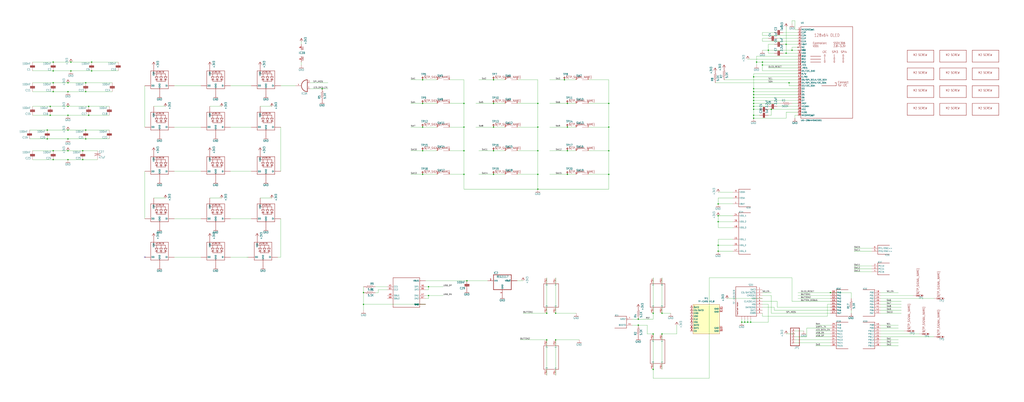
<source format=kicad_sch>
(kicad_sch (version 20231120) (generator "eeschema") (generator_version "8.0")
  (paper "User" 880.11 345.592)
  (lib_symbols
    (symbol "easyeda2kicad:TF-CARDH1.8"
      (property "Reference" "TF" (at 0 17.78 0))
      (property "Value" "TF-CARD H1.8" (at 0 -12.7 0))
      (symbol "TF-CARDH1.8_0_1"
        (pin unspecified line (at -15.24 12.7 0) (length 2.54) (name "DAT2") (number "1"))
        (pin unspecified line (at 12.7 -7.62 180) (length 2.54) (name "GND") (number "10"))
        (pin unspecified line (at 12.7 -5.08 180) (length 2.54) (name "GND") (number "11"))
        (pin unspecified line (at 12.7 8.89 180) (length 2.54) (name "GND") (number "12"))
        (pin unspecified line (at 12.7 11.43 180) (length 2.54) (name "GND") (number "13"))
        (pin unspecified line (at -15.24 10.16 0) (length 2.54) (name "CD/DAT3") (number "2"))
        (pin unspecified line (at -15.24 7.62 0) (length 2.54) (name "CMD") (number "3"))
        (pin unspecified line (at -15.24 5.08 0) (length 2.54) (name "VDD") (number "4"))
        (pin unspecified line (at -15.24 2.54 0) (length 2.54) (name "CLK") (number "5"))
        (pin unspecified line (at -15.24 0 0) (length 2.54) (name "VSS") (number "6"))
        (pin unspecified line (at -15.24 -2.54 0) (length 2.54) (name "DAT0") (number "7"))
        (pin unspecified line (at -15.24 -5.08 0) (length 2.54) (name "DAT1") (number "8"))
        (pin unspecified line (at -15.24 -7.62 0) (length 2.54) (name "CD") (number "9"))
      )
    )
    (symbol "lul-eagle-import:+3V3" (power)
      (symbol "+3V3_1_0"
        (pin power_in line (at 0 -2.54 90) (length 2.54) (name "+3V3") (number "1"))
      )
    )
    (symbol "lul-eagle-import:324_SW324_SWITCH_FOOT_HOLE"
      (symbol "324_SW324_SWITCH_FOOT_HOLE_1_0"
        (pin bidirectional line (at -15.24 -2.54 0) (length 5.08) (name "1") (number "P$1"))
        (pin bidirectional line (at -15.24 5.08 0) (length 5.08) (name "2") (number "P$2"))
        (pin bidirectional line (at 15.24 5.08 180) (length 5.08) (name "3") (number "P$3"))
        (pin bidirectional line (at 15.24 -2.54 180) (length 5.08) (name "4") (number "P$4"))
      )
    )
    (symbol "lul-eagle-import:3pos_slide_switch_centered_324_SW"
      (symbol "3pos_slide_switch_centered_324_SW_1_0"
        (pin bidirectional line (at -15.24 -2.54 0) (length 5.08) (name "1") (number "P$1"))
        (pin bidirectional line (at -15.24 5.08 0) (length 5.08) (name "2") (number "P$2"))
        (pin bidirectional line (at 15.24 5.08 180) (length 5.08) (name "3") (number "P$3"))
        (pin bidirectional line (at 15.24 -2.54 180) (length 5.08) (name "4") (number "P$4"))
      )
    )
    (symbol "lul-eagle-import:741G08DBV"
      (property "Reference" "IC" (at -0.635 -0.635 0))
      (symbol "741G08DBV_1_0"
        (pin input line (at -5.08 2.54 0) (length 2.54) (name "I0") (number "1"))
        (pin input line (at -5.08 -2.54 0) (length 2.54) (name "I1") (number "2"))
        (pin output line (at 7.62 0 180) (length 5.08) (name "O") (number "4"))
      )
      (symbol "741G08DBV_2_0"
        (text "GND" (at 1.905 -6.35 900) (effects (font (size 1.27 1.0795)) (justify left bottom)))
        (text "VCC" (at 1.905 2.54 900) (effects (font (size 1.27 1.0795)) (justify left bottom)))
        (pin power_in line (at 0 -7.62 90) (length 5.08) (name "GND") (number "3"))
        (pin power_in line (at 0 7.62 270) (length 5.08) (name "VCC") (number "5"))
      )
    )
    (symbol "lul-eagle-import:C-USC1210"
      (property "Reference" "C" (at 1.016 0.635 0))
      (symbol "C-USC1210_1_0"
        (pin passive line (at 0 2.54 270) (length 2.54) (name "1") (number "1"))
        (pin passive line (at 0 -5.08 90) (length 2.54) (name "2") (number "2"))
      )
    )
    (symbol "lul-eagle-import:CAP0805"
      (property "Reference" "C" (at 1.524 2.921 0))
      (symbol "CAP0805_1_0"
        (pin passive line (at 0 5.08 270) (length 2.54) (name "1") (number "1"))
        (pin passive line (at 0 -2.54 90) (length 2.54) (name "2") (number "2"))
      )
    )
    (symbol "lul-eagle-import:KAILH_SWITCH_SOCKET_KAILH_SWITCH_SOCKET"
      (property "Reference" "SW" (at -5.08 2.54 0))
      (symbol "KAILH_SWITCH_SOCKET_KAILH_SWITCH_SOCKET_1_0"
        (pin passive line (at 5.08 0 180) (length 0) (name "2") (number "1"))
        (pin passive line (at -5.08 0 0) (length 0) (name "1") (number "2"))
      )
    )
    (symbol "lul-eagle-import:LUL_DISP_OLED_UG-2864HSWEG01"
      (property "Reference" "U" (at -22.86 40.64 0))
      (symbol "LUL_DISP_OLED_UG-2864HSWEG01_1_0"
        (text "0" (at -3.175 6.985 0) (effects (font (size 1.778 1.5113)) (justify left bottom)))
        (text "0" (at -3.175 12.065 0) (effects (font (size 1.778 1.5113)) (justify left bottom)))
        (text "0" (at 5.08 6.985 0) (effects (font (size 1.778 1.5113)) (justify left bottom)))
        (text "0" (at 5.08 9.525 0) (effects (font (size 1.778 1.5113)) (justify left bottom)))
        (text "0" (at 12.7 6.985 0) (effects (font (size 1.778 1.5113)) (justify left bottom)))
        (text "0" (at 12.7 9.525 0) (effects (font (size 1.778 1.5113)) (justify left bottom)))
        (text "0" (at 12.7 12.065 0) (effects (font (size 1.778 1.5113)) (justify left bottom)))
        (text "1" (at -3.175 9.525 0) (effects (font (size 1.778 1.5113)) (justify left bottom)))
        (text "1" (at 5.08 12.065 0) (effects (font (size 1.778 1.5113)) (justify left bottom)))
        (text "128x64 OLED" (at -11.43 29.21 0) (effects (font (size 2.54 2.159)) (justify left bottom)))
        (text "2.8-3.3V" (at 5.08 20.32 0) (effects (font (size 1.778 1.5113)) (justify left bottom)))
        (text "Connect" (at 8.89 -10.795 0) (effects (font (size 1.778 1.5113)) (justify left bottom)))
        (text "Controller:" (at -12.7 22.86 0) (effects (font (size 1.778 1.5113)) (justify left bottom)))
        (text "for I2C" (at 8.89 -13.335 0) (effects (font (size 1.778 1.5113)) (justify left bottom)))
        (text "I2C" (at -4.445 15.24 0) (effects (font (size 1.778 1.5113)) (justify left bottom)))
        (text "SPI3" (at 3.81 15.24 0) (effects (font (size 1.778 1.5113)) (justify left bottom)))
        (text "SPI4" (at 11.43 15.24 0) (effects (font (size 1.778 1.5113)) (justify left bottom)))
        (text "SSD1306" (at 5.08 22.86 0) (effects (font (size 1.778 1.5113)) (justify left bottom)))
        (text "VDD:" (at -12.7 20.32 0) (effects (font (size 1.778 1.5113)) (justify left bottom)))
        (pin input line (at -25.4 35.56 0) (length 2.54) (name "NC(GND)@1") (number "1"))
        (pin input line (at -25.4 12.7 0) (length 2.54) (name "BS0") (number "10"))
        (pin input line (at -25.4 10.16 0) (length 2.54) (name "BS1") (number "11"))
        (pin input line (at -25.4 7.62 0) (length 2.54) (name "BS2") (number "12"))
        (pin input line (at -25.4 5.08 0) (length 2.54) (name "/CS") (number "13"))
        (pin input line (at -25.4 2.54 0) (length 2.54) (name "/RES") (number "14"))
        (pin input line (at -25.4 0 0) (length 2.54) (name "DC/I2C_SA0") (number "15"))
        (pin input line (at -25.4 -2.54 0) (length 2.54) (name "R/W") (number "16"))
        (pin input line (at -25.4 -5.08 0) (length 2.54) (name "E/RD") (number "17"))
        (pin bidirectional line (at -25.4 -7.62 0) (length 2.54) (name "D0/SPI_SCLK/I2C_SCK") (number "18"))
        (pin bidirectional line (at -25.4 -10.16 0) (length 2.54) (name "D1/SPI_SDIN/I2C_SDA") (number "19"))
        (pin input line (at -25.4 33.02 0) (length 2.54) (name "C2P") (number "2"))
        (pin bidirectional line (at -25.4 -12.7 0) (length 2.54) (name "D2/I2C_SDA") (number "20"))
        (pin bidirectional line (at -25.4 -15.24 0) (length 2.54) (name "D3") (number "21"))
        (pin bidirectional line (at -25.4 -17.78 0) (length 2.54) (name "D4") (number "22"))
        (pin bidirectional line (at -25.4 -20.32 0) (length 2.54) (name "D5") (number "23"))
        (pin bidirectional line (at -25.4 -22.86 0) (length 2.54) (name "D6") (number "24"))
        (pin bidirectional line (at -25.4 -25.4 0) (length 2.54) (name "D7") (number "25"))
        (pin input line (at -25.4 -27.94 0) (length 2.54) (name "IREF") (number "26"))
        (pin output line (at -25.4 -30.48 0) (length 2.54) (name "VCOMH") (number "27"))
        (pin power_in line (at -25.4 -33.02 0) (length 2.54) (name "VCC") (number "28"))
        (pin power_in line (at -25.4 -35.56 0) (length 2.54) (name "VLSS") (number "29"))
        (pin input line (at -25.4 30.48 0) (length 2.54) (name "C2N") (number "3"))
        (pin input line (at -25.4 -38.1 0) (length 2.54) (name "NC(GND)@2") (number "30"))
        (pin power_in line (at -25.4 17.78 0) (length 2.54) (name "VSS") (number "31"))
        (pin power_in line (at -25.4 17.78 0) (length 2.54) (name "VSS") (number "32"))
        (pin input line (at -25.4 27.94 0) (length 2.54) (name "C1P") (number "4"))
        (pin input line (at -25.4 25.4 0) (length 2.54) (name "C1N") (number "5"))
        (pin input line (at -25.4 22.86 0) (length 2.54) (name "VBAT") (number "6"))
        (pin no_connect line (at -25.4 20.32 0) (length 2.54) (name "NC") (number "7"))
        (pin power_in line (at -25.4 17.78 0) (length 2.54) (name "VSS") (number "8"))
        (pin power_in line (at -25.4 15.24 0) (length 2.54) (name "VDD") (number "9"))
      )
    )
    (symbol "lul-eagle-import:M2_SCREW_DEV"
      (symbol "M2_SCREW_DEV_1_0"
        (text "M2 SCREW" (at -5.08 0 0) (effects (font (size 1.778 1.5113)) (justify left bottom)))
      )
    )
    (symbol "lul-eagle-import:PINHD-1X5"
      (property "Reference" "JP" (at -6.35 8.255 0))
      (symbol "PINHD-1X5_1_0"
        (pin passive inverted (at -2.54 5.08 0) (length 2.54) (name "1") (number "1"))
        (pin passive inverted (at -2.54 2.54 0) (length 2.54) (name "2") (number "2"))
        (pin passive inverted (at -2.54 0 0) (length 2.54) (name "3") (number "3"))
        (pin passive inverted (at -2.54 -2.54 0) (length 2.54) (name "4") (number "4"))
        (pin passive inverted (at -2.54 -5.08 0) (length 2.54) (name "5") (number "5"))
      )
    )
    (symbol "lul-eagle-import:PTR1TP09R"
      (property "Reference" "TP" (at -1.016 -6.35 90))
      (symbol "PTR1TP09R_1_0"
        (text "${TP_SIGNAL_NAME}" (at 1.27 -2.54 0) (effects (font (size 1.778 1.5113)) (justify left bottom)))
        (pin input line (at 0 2.54 270) (length 2.54) (name "TP") (number "TP"))
      )
    )
    (symbol "lul-eagle-import:PTR1TP11SQ"
      (property "Reference" "TP" (at -1.016 -6.35 90))
      (symbol "PTR1TP11SQ_1_0"
        (text "${TP_SIGNAL_NAME}" (at 1.27 -2.54 0) (effects (font (size 1.778 1.5113)) (justify left bottom)))
        (pin input line (at 0 2.54 270) (length 2.54) (name "TP") (number "TP"))
      )
    )
    (symbol "lul-eagle-import:REG1117"
      (property "Reference" "IC" (at -7.62 5.715 0))
      (symbol "REG1117_1_0"
        (pin power_in line (at 0 -12.7 90) (length 5.08) (name "GND") (number "1"))
        (pin output line (at 12.7 0 180) (length 5.08) (name "VOUT") (number "2"))
        (pin input line (at -12.7 0 0) (length 5.08) (name "VIN") (number "3"))
        (pin output line (at 12.7 0 180) (length 5.08) (name "VOUT") (number "4"))
      )
    )
    (symbol "lul-eagle-import:RESISTOR0805-RES"
      (property "Reference" "R" (at -3.81 1.4986 0))
      (symbol "RESISTOR0805-RES_1_0"
        (pin passive line (at -5.08 0 0) (length 2.54) (name "1") (number "1"))
        (pin passive line (at 5.08 0 180) (length 2.54) (name "2") (number "2"))
      )
    )
    (symbol "lul-eagle-import:STM32F072C8T6"
      (property "Reference" "IC" (at -5.08 5.08 0))
      (symbol "STM32F072C8T6_1_0"
        (pin power_in line (at 10.16 5.08 180) (length 5.08) (name "VBAT") (number "1"))
        (pin power_in line (at 10.16 0 180) (length 5.08) (name "VSSA") (number "8"))
        (pin power_in line (at 10.16 -5.08 180) (length 5.08) (name "VDDA") (number "9"))
      )
      (symbol "STM32F072C8T6_2_0"
        (pin bidirectional line (at -7.62 10.16 0) (length 5.08) (name "PA8") (number "29"))
        (pin bidirectional line (at -7.62 7.62 0) (length 5.08) (name "PA9") (number "30"))
        (pin bidirectional line (at -7.62 5.08 0) (length 5.08) (name "PA10") (number "31"))
        (pin bidirectional line (at -7.62 2.54 0) (length 5.08) (name "PA11") (number "32"))
        (pin bidirectional line (at -7.62 0 0) (length 5.08) (name "PA12") (number "33"))
        (pin bidirectional line (at -7.62 -2.54 0) (length 5.08) (name "PA13") (number "34"))
        (pin bidirectional line (at -7.62 -5.08 0) (length 5.08) (name "PA14") (number "37"))
        (pin bidirectional line (at -7.62 -7.62 0) (length 5.08) (name "PA15") (number "38"))
      )
      (symbol "STM32F072C8T6_3_0"
        (pin bidirectional line (at -7.62 7.62 0) (length 5.08) (name "PA0") (number "10"))
        (pin bidirectional line (at -7.62 5.08 0) (length 5.08) (name "PA1") (number "11"))
        (pin bidirectional line (at -7.62 2.54 0) (length 5.08) (name "PA2") (number "12"))
        (pin bidirectional line (at -7.62 0 0) (length 5.08) (name "PA3") (number "13"))
        (pin bidirectional line (at -7.62 -2.54 0) (length 5.08) (name "PA4") (number "14"))
        (pin bidirectional line (at -7.62 -5.08 0) (length 5.08) (name "PA5") (number "15"))
        (pin bidirectional line (at -7.62 -7.62 0) (length 5.08) (name "PA6") (number "16"))
        (pin bidirectional line (at -7.62 -10.16 0) (length 5.08) (name "PA7") (number "17"))
      )
      (symbol "STM32F072C8T6_4_0"
        (pin bidirectional line (at 10.16 2.54 180) (length 5.08) (name "PB10") (number "21"))
        (pin bidirectional line (at 10.16 0 180) (length 5.08) (name "PB11") (number "22"))
        (pin bidirectional line (at 10.16 -2.54 180) (length 5.08) (name "PB12") (number "25"))
        (pin bidirectional line (at 10.16 -5.08 180) (length 5.08) (name "PB13") (number "26"))
        (pin bidirectional line (at 10.16 -7.62 180) (length 5.08) (name "PB14") (number "27"))
        (pin bidirectional line (at 10.16 -10.16 180) (length 5.08) (name "PB15") (number "28"))
        (pin bidirectional line (at 10.16 7.62 180) (length 5.08) (name "PB8") (number "45"))
        (pin bidirectional line (at 10.16 5.08 180) (length 5.08) (name "PB9") (number "46"))
      )
      (symbol "STM32F072C8T6_5_0"
        (pin bidirectional line (at 10.16 10.16 180) (length 5.08) (name "PB0") (number "18"))
        (pin bidirectional line (at 10.16 7.62 180) (length 5.08) (name "PB1") (number "19"))
        (pin bidirectional line (at 10.16 5.08 180) (length 5.08) (name "PB2") (number "20"))
        (pin bidirectional line (at 10.16 2.54 180) (length 5.08) (name "PB3") (number "39"))
        (pin bidirectional line (at 10.16 0 180) (length 5.08) (name "PB4") (number "40"))
        (pin bidirectional line (at 10.16 -2.54 180) (length 5.08) (name "PB5") (number "41"))
        (pin bidirectional line (at 10.16 -5.08 180) (length 5.08) (name "PB6") (number "42"))
        (pin bidirectional line (at 10.16 -7.62 180) (length 5.08) (name "PB7") (number "43"))
      )
      (symbol "STM32F072C8T6_6_0"
        (pin bidirectional line (at -7.62 2.54 0) (length 5.08) (name "PC13") (number "2"))
        (pin bidirectional line (at -7.62 0 0) (length 5.08) (name "PC14") (number "3"))
        (pin bidirectional line (at -7.62 -2.54 0) (length 5.08) (name "PC15") (number "4"))
      )
      (symbol "STM32F072C8T6_7_0"
        (pin bidirectional line (at 7.62 0 180) (length 5.08) (name "PF0/OSC<=") (number "5"))
        (pin bidirectional line (at 7.62 -2.54 180) (length 5.08) (name "PF1/OSC=>") (number "6"))
      )
      (symbol "STM32F072C8T6_8_0"
        (pin power_in line (at -10.16 -5.08 0) (length 5.08) (name "VSS_1") (number "23"))
        (pin power_in line (at -10.16 15.24 0) (length 5.08) (name "VDD_1") (number "24"))
        (pin power_in line (at -10.16 -10.16 0) (length 5.08) (name "VSS_2") (number "35"))
        (pin power_in line (at -10.16 10.16 0) (length 5.08) (name "VDD_2") (number "36"))
        (pin power_in line (at -10.16 -15.24 0) (length 5.08) (name "VSS_3") (number "47"))
        (pin power_in line (at -10.16 5.08 0) (length 5.08) (name "VDD_3") (number "48"))
      )
      (symbol "STM32F072C8T6_9_0"
        (pin input line (at 10.16 -2.54 180) (length 5.08) (name "BOOT0") (number "44"))
        (pin input inverted (at 10.16 2.54 180) (length 5.08) (name "NRST") (number "7"))
      )
    )
    (symbol "lul-eagle-import:TF-HOLDER"
      (property "Reference" "SD" (at -5.08 13.208 0))
      (symbol "TF-HOLDER_1_0"
        (text "TransFlash holder" (at 9.398 -12.192 900) (effects (font (size 1.016 0.8636)) (justify left bottom)))
        (pin bidirectional line (at -12.7 10.16 0) (length 5.08) (name "DAT2") (number "1"))
        (pin bidirectional line (at -12.7 7.62 0) (length 5.08) (name "CD/DAT3(~{CS})") (number "2"))
        (pin bidirectional line (at -12.7 5.08 0) (length 5.08) (name "CMD(DI)") (number "3"))
        (pin power_in line (at -12.7 2.54 0) (length 5.08) (name "VDD") (number "4"))
        (pin input line (at -12.7 0 0) (length 5.08) (name "CLK(SCLK)") (number "5"))
        (pin power_in line (at -12.7 -2.54 0) (length 5.08) (name "VSS") (number "6"))
        (pin bidirectional line (at -12.7 -5.08 0) (length 5.08) (name "DAT0(DO)") (number "7"))
        (pin bidirectional line (at -12.7 -7.62 0) (length 5.08) (name "DAT1") (number "8"))
        (pin passive line (at -12.7 -10.16 0) (length 5.08) (name "~{CARD}") (number "9"))
        (pin passive line (at -2.54 -15.24 90) (length 2.54) (name "S1") (number "S1"))
        (pin passive line (at 0 -15.24 90) (length 2.54) (name "S2") (number "S2"))
        (pin passive line (at 2.54 -15.24 90) (length 2.54) (name "S3") (number "S3"))
        (pin passive line (at 5.08 -15.24 90) (length 2.54) (name "S4") (number "S4"))
      )
    )
    (symbol "lul-eagle-import:TPTP15R"
      (property "Reference" "TP" (at -1.27 1.27 0))
      (symbol "TPTP15R_1_0"
        (text "${TP_SIGNAL_NAME}" (at 1.27 -1.27 0) (effects (font (size 1.778 1.5113)) (justify left bottom)))
        (pin input line (at 0 -2.54 90) (length 2.54) (name "TP") (number "TP"))
      )
    )
    (symbol "lul-eagle-import:USBC_16P"
      (symbol "USBC_16P_1_0"
        (pin bidirectional line (at -15.24 0 0) (length 5.08) (name "GND") (number "A1B12"))
        (pin bidirectional line (at -15.24 20.32 0) (length 5.08) (name "VBUS") (number "A4B9"))
        (pin bidirectional line (at 17.78 15.24 180) (length 5.08) (name "CC1") (number "A5"))
        (pin bidirectional line (at -15.24 15.24 0) (length 5.08) (name "DP1") (number "A6"))
        (pin bidirectional line (at -15.24 7.62 0) (length 5.08) (name "DN1") (number "A7"))
        (pin bidirectional line (at 17.78 7.62 180) (length 5.08) (name "SBU1") (number "A8"))
        (pin bidirectional line (at -15.24 0 0) (length 5.08) (name "GND") (number "B11A12"))
        (pin bidirectional line (at -15.24 20.32 0) (length 5.08) (name "VBUS") (number "B4A9"))
        (pin bidirectional line (at 17.78 12.7 180) (length 5.08) (name "CC2") (number "B5"))
        (pin bidirectional line (at -15.24 12.7 0) (length 5.08) (name "DP2") (number "B6"))
        (pin bidirectional line (at -15.24 5.08 0) (length 5.08) (name "DN2") (number "B7"))
        (pin bidirectional line (at 17.78 5.08 180) (length 5.08) (name "SBU2") (number "B8"))
        (pin bidirectional line (at -15.24 0 0) (length 5.08) (name "GND") (number "P$13"))
        (pin bidirectional line (at -15.24 0 0) (length 5.08) (name "GND") (number "P$14"))
        (pin bidirectional line (at -15.24 0 0) (length 5.08) (name "GND") (number "P$15"))
        (pin bidirectional line (at -15.24 0 0) (length 5.08) (name "GND") (number "P$16"))
      )
    )
    (symbol "lul-eagle-import:WS2812B"
      (symbol "WS2812B_1_0"
        (text "WS2812B" (at -4.064 8.382 0) (effects (font (size 1.27 1.0795)) (justify left bottom)))
        (pin input line (at -12.7 -2.54 0) (length 5.08) (name "DI") (number "DIN"))
        (pin output line (at 12.7 -2.54 180) (length 5.08) (name "DO") (number "DOUT"))
        (pin power_in line (at 0 -10.16 90) (length 5.08) (name "GND") (number "GND"))
        (pin power_in line (at 5.08 15.24 270) (length 5.08) (name "VDD") (number "VDD"))
      )
    )
    (symbol "lul-eagle-import:backplane_GND" (power)
      (symbol "backplane_GND_1_0"
        (pin power_in line (at 0 2.54 270) (length 2.54) (name "GND") (number "1"))
      )
    )
    (symbol "lul-eagle-import:joyAnalog_RESISTOR0805-RES"
      (property "Reference" "R" (at -3.81 1.4986 0))
      (symbol "joyAnalog_RESISTOR0805-RES_1_0"
        (pin passive line (at -5.08 0 0) (length 2.54) (name "1") (number "1"))
        (pin passive line (at 5.08 0 180) (length 2.54) (name "2") (number "2"))
      )
    )
    (symbol "lul-eagle-import:supply1_GND" (power)
      (symbol "supply1_GND_1_0"
        (pin power_in line (at 0 2.54 270) (length 2.54) (name "GND") (number "1"))
      )
    )
  )
  (junction (at 363.22 129.54))
  (junction (at 548.64 274.32))
  (junction (at 76.2 99.06))
  (junction (at 45.72 53.34))
  (junction (at 73.66 119.38))
  (junction (at 485.14 68.58))
  (junction (at 647.7 66.04))
  (junction (at 655.32 53.34))
  (junction (at 45.72 71.12))
  (junction (at 561.34 287.02))
  (junction (at 73.66 71.12))
  (junction (at 523.24 88.9))
  (junction (at 487.68 109.22))
  (junction (at 680.72 43.18))
  (junction (at 617.22 210.82))
  (junction (at 276.86 76.2))
  (junction (at 78.74 53.34))
  (junction (at 401.32 241.3))
  (junction (at 424.18 129.54))
  (junction (at 462.28 109.22))
  (junction (at 640.08 276.86))
  (junction (at 647.7 86.36))
  (junction (at 58.42 99.06))
  (junction (at 660.4 43.18))
  (junction (at 487.68 88.9))
  (junction (at 73.66 78.74))
  (junction (at 469.9 269.24))
  (junction (at 462.28 149.86))
  (junction (at 462.28 129.54))
  (junction (at 568.96 269.24))
  (junction (at 58.42 78.74))
  (junction (at 45.72 60.96))
  (junction (at 45.72 78.74))
  (junction (at 71.12 137.16))
  (junction (at 637.54 276.86))
  (junction (at 617.22 190.5))
  (junction (at 368.3 254))
  (junction (at 617.22 215.9))
  (junction (at 58.42 91.44))
  (junction (at 45.72 129.54))
  (junction (at 548.64 279.4))
  (junction (at 71.12 129.54))
  (junction (at 462.28 162.56))
  (junction (at 662.94 93.98))
  (junction (at 43.18 91.44))
  (junction (at 675.64 38.1))
  (junction (at 58.42 119.38))
  (junction (at 58.42 71.12))
  (junction (at 45.72 137.16))
  (junction (at 487.68 129.54))
  (junction (at 312.42 261.62))
  (junction (at 647.7 83.82))
  (junction (at 58.42 129.54))
  (junction (at 561.34 317.5))
  (junction (at 363.22 109.22))
  (junction (at 469.9 292.1))
  (junction (at 647.7 93.98))
  (junction (at 675.64 45.72))
  (junction (at 487.68 149.86))
  (junction (at 398.78 129.54))
  (junction (at 642.62 276.86))
  (junction (at 617.22 175.26))
  (junction (at 523.24 129.54))
  (junction (at 43.18 99.06))
  (junction (at 40.64 119.38))
  (junction (at 424.18 88.9))
  (junction (at 398.78 109.22))
  (junction (at 424.18 68.58))
  (junction (at 58.42 137.16))
  (junction (at 398.78 88.9))
  (junction (at 678.18 71.12))
  (junction (at 647.7 101.6))
  (junction (at 363.22 88.9))
  (junction (at 647.7 88.9))
  (junction (at 40.64 111.76))
  (junction (at 647.7 99.06))
  (junction (at 58.42 111.76))
  (junction (at 568.96 287.02))
  (junction (at 368.3 246.38))
  (junction (at 60.96 60.96))
  (junction (at 561.34 269.24))
  (junction (at 477.52 269.24))
  (junction (at 647.7 76.2))
  (junction (at 523.24 149.86))
  (junction (at 462.28 88.9))
  (junction (at 647.7 81.28))
  (junction (at 647.7 91.44))
  (junction (at 477.52 292.1))
  (junction (at 60.96 53.34))
  (junction (at 363.22 149.86))
  (junction (at 363.22 68.58))
  (junction (at 655.32 55.88))
  (junction (at 73.66 111.76))
  (junction (at 617.22 185.42))
  (junction (at 713.74 251.46))
  (junction (at 645.16 276.86))
  (junction (at 424.18 109.22))
  (junction (at 76.2 91.44))
  (junction (at 398.78 149.86))
  (junction (at 647.7 78.74))
  (junction (at 78.74 60.96))
  (junction (at 312.42 251.46))
  (junction (at 424.18 149.86))
  (junction (at 650.24 53.34))
  (junction (at 523.24 109.22))
  (no_connect (at 124.46 220.98))
  (wire (pts (xy 411.48 68.58) (xy 424.18 68.58)) (stroke (width 0.1524)))
  (wire (pts (xy 662.94 251.46) (xy 655.32 251.46)) (stroke (width 0.1524)))
  (wire (pts (xy 386.08 88.9) (xy 398.78 88.9)) (stroke (width 0.1524)))
  (wire (pts (xy 58.42 78.74) (xy 45.72 78.74)) (stroke (width 0.1524)))
  (wire (pts (xy 685.8 73.66) (xy 678.18 73.66)) (stroke (width 0.1524)))
  (wire (pts (xy 180.34 170.18) (xy 190.5 170.18)))
  (wire (pts (xy 655.32 27.94) (xy 655.32 30.48)) (stroke (width 0.1524)))
  (wire (pts (xy 523.24 162.56) (xy 523.24 149.86)) (stroke (width 0.1524)))
  (wire (pts (xy 685.8 48.26) (xy 650.24 48.26)) (stroke (width 0.1524)))
  (wire (pts (xy 685.8 88.9) (xy 680.72 88.9)) (stroke (width 0.1524)))
  (wire (pts (xy 477.52 238.76) (xy 477.52 269.24)) (stroke (width 0.1524)))
  (wire (pts (xy 685.8 93.98) (xy 662.94 93.98)) (stroke (width 0.1524)))
  (wire (pts (xy 172.72 73.66) (xy 149.86 73.66)) (stroke (width 0.1524)))
  (wire (pts (xy 398.78 68.58) (xy 398.78 88.9)) (stroke (width 0.1524)))
  (wire (pts (xy 617.22 170.18) (xy 617.22 175.26)) (stroke (width 0.1524)))
  (wire (pts (xy 411.48 149.86) (xy 424.18 149.86)) (stroke (width 0.1524)))
  (wire (pts (xy 27.94 129.54) (xy 45.72 129.54)) (stroke (width 0.1524)))
  (wire (pts (xy 680.72 43.18) (xy 660.4 43.18)) (stroke (width 0.1524)))
  (wire (pts (xy 25.4 111.76) (xy 40.64 111.76)) (stroke (width 0.1524)))
  (wire (pts (xy 353.06 68.58) (xy 363.22 68.58)) (stroke (width 0.1524)))
  (wire (pts (xy 73.66 78.74) (xy 58.42 78.74)) (stroke (width 0.1524)))
  (wire (pts (xy 774.7 261.62) (xy 756.92 261.62)) (stroke (width 0.1524)))
  (wire (pts (xy 505.46 88.9) (xy 523.24 88.9)) (stroke (width 0.1524)))
  (wire (pts (xy 660.4 58.42) (xy 685.8 58.42)) (stroke (width 0.1524)))
  (wire (pts (xy 398.78 162.56) (xy 462.28 162.56)) (stroke (width 0.1524)))
  (wire (pts (xy 629.92 190.5) (xy 617.22 190.5)) (stroke (width 0.1524)))
  (wire (pts (xy 713.74 261.62) (xy 711.2 261.62)) (stroke (width 0.1524)))
  (wire (pts (xy 650.24 48.26) (xy 650.24 53.34)) (stroke (width 0.1524)))
  (wire (pts (xy 629.92 170.18) (xy 617.22 170.18)) (stroke (width 0.1524)))
  (wire (pts (xy 685.8 40.64) (xy 680.72 40.64)) (stroke (width 0.1524)))
  (wire (pts (xy 655.32 55.88) (xy 655.32 53.34)) (stroke (width 0.1524)))
  (wire (pts (xy 368.3 246.38) (xy 368.3 248.92)) (stroke (width 0.1524)))
  (wire (pts (xy 668.02 264.16) (xy 668.02 259.08)) (stroke (width 0.1524)))
  (wire (pts (xy 401.32 241.3) (xy 419.1 241.3)) (stroke (width 0.1524)))
  (wire (pts (xy 363.22 68.58) (xy 375.92 68.58)) (stroke (width 0.1524)))
  (wire (pts (xy 368.3 254) (xy 365.76 254)) (stroke (width 0.1524)))
  (wire (pts (xy 472.44 129.54) (xy 487.68 129.54)) (stroke (width 0.1524)))
  (wire (pts (xy 685.8 91.44) (xy 668.02 91.44)) (stroke (width 0.1524)))
  (wire (pts (xy 241.3 220.98) (xy 238.76 220.98)) (stroke (width 0.1524)))
  (wire (pts (xy 617.22 205.74) (xy 629.92 205.74)) (stroke (width 0.1524)))
  (wire (pts (xy 505.46 129.54) (xy 523.24 129.54)) (stroke (width 0.1524)))
  (wire (pts (xy 76.2 91.44) (xy 93.98 91.44)) (stroke (width 0.1524)))
  (wire (pts (xy 660.4 91.44) (xy 647.7 91.44)) (stroke (width 0.1524)))
  (wire (pts (xy 472.44 88.9) (xy 487.68 88.9)) (stroke (width 0.1524)))
  (wire (pts (xy 647.7 78.74) (xy 647.7 81.28)) (stroke (width 0.1524)))
  (wire (pts (xy 45.72 60.96) (xy 27.94 60.96)) (stroke (width 0.1524)))
  (wire (pts (xy 647.7 93.98) (xy 647.7 99.06)) (stroke (width 0.1524)))
  (wire (pts (xy 241.3 187.96) (xy 241.3 220.98)) (stroke (width 0.1524)))
  (wire (pts (xy 469.9 238.76) (xy 469.9 269.24)) (stroke (width 0.1524)))
  (wire (pts (xy 58.42 137.16) (xy 45.72 137.16)) (stroke (width 0.1524)))
  (wire (pts (xy 58.42 71.12) (xy 73.66 71.12)) (stroke (width 0.1524)))
  (wire (pts (xy 617.22 215.9) (xy 629.92 215.9)) (stroke (width 0.1524)))
  (wire (pts (xy 713.74 292.1) (xy 683.26 292.1)) (stroke (width 0.1524)))
  (wire (pts (xy 660.4 38.1) (xy 660.4 43.18)) (stroke (width 0.1524)))
  (wire (pts (xy 398.78 109.22) (xy 398.78 129.54)) (stroke (width 0.1524)))
  (wire (pts (xy 637.54 276.86) (xy 637.54 274.32)) (stroke (width 0.1524)))
  (wire (pts (xy 655.32 60.96) (xy 655.32 55.88)) (stroke (width 0.1524)))
  (wire (pts (xy 213.36 220.98) (xy 212.09 220.98)))
  (wire (pts (xy 561.34 325.12) (xy 561.34 317.5)) (stroke (width 0.1524)))
  (wire (pts (xy 652.78 93.98) (xy 647.7 93.98)) (stroke (width 0.1524)))
  (wire (pts (xy 734.06 213.36) (xy 749.3 213.36)) (stroke (width 0.1524)))
  (wire (pts (xy 487.68 88.9) (xy 495.3 88.9)) (stroke (width 0.1524)))
  (wire (pts (xy 386.08 68.58) (xy 398.78 68.58)) (stroke (width 0.1524)))
  (wire (pts (xy 45.72 53.34) (xy 60.96 53.34)) (stroke (width 0.1524)))
  (wire (pts (xy 647.7 76.2) (xy 647.7 78.74)) (stroke (width 0.1524)))
  (wire (pts (xy 568.96 269.24) (xy 576.58 269.24)) (stroke (width 0.1524)))
  (wire (pts (xy 734.06 215.9) (xy 749.3 215.9)) (stroke (width 0.1524)))
  (wire (pts (xy 132.08 170.18) (xy 142.24 170.18)))
  (wire (pts (xy 408.94 88.9) (xy 424.18 88.9)) (stroke (width 0.1524)))
  (wire (pts (xy 71.12 137.16) (xy 83.82 137.16)) (stroke (width 0.1524)))
  (wire (pts (xy 325.12 248.92) (xy 325.12 251.46)) (stroke (width 0.1524)))
  (wire (pts (xy 386.08 129.54) (xy 398.78 129.54)) (stroke (width 0.1524)))
  (wire (pts (xy 711.2 271.78) (xy 655.32 271.78)) (stroke (width 0.1524)))
  (wire (pts (xy 756.92 284.48) (xy 777.24 284.48)) (stroke (width 0.1524)))
  (wire (pts (xy 523.24 68.58) (xy 505.46 68.58)) (stroke (width 0.1524)))
  (wire (pts (xy 523.24 88.9) (xy 523.24 68.58)) (stroke (width 0.1524)))
  (wire (pts (xy 675.64 45.72) (xy 673.1 45.72)) (stroke (width 0.1524)))
  (wire (pts (xy 462.28 88.9) (xy 462.28 109.22)) (stroke (width 0.1524)))
  (wire (pts (xy 665.48 27.94) (xy 655.32 27.94)) (stroke (width 0.1524)))
  (wire (pts (xy 487.68 109.22) (xy 495.3 109.22)) (stroke (width 0.1524)))
  (wire (pts (xy 365.76 241.3) (xy 401.32 241.3)) (stroke (width 0.1524)))
  (wire (pts (xy 386.08 149.86) (xy 398.78 149.86)) (stroke (width 0.1524)))
  (wire (pts (xy 713.74 287.02) (xy 701.04 287.02)) (stroke (width 0.1524)))
  (wire (pts (xy 332.74 248.92) (xy 325.12 248.92)) (stroke (width 0.1524)))
  (wire (pts (xy 685.8 99.06) (xy 683.26 99.06)) (stroke (width 0.1524)))
  (wire (pts (xy 693.42 281.94) (xy 713.74 281.94)) (stroke (width 0.1524)))
  (wire (pts (xy 368.3 246.38) (xy 365.76 246.38)) (stroke (width 0.1524)))
  (wire (pts (xy 665.48 45.72) (xy 660.4 45.72)) (stroke (width 0.1524)))
  (wire (pts (xy 647.7 93.98) (xy 647.7 91.44)) (stroke (width 0.1524)))
  (wire (pts (xy 683.26 25.4) (xy 683.26 17.78)) (stroke (width 0.1524)))
  (wire (pts (xy 772.16 251.46) (xy 756.92 251.46)) (stroke (width 0.1524)))
  (wire (pts (xy 731.52 251.46) (xy 731.52 256.54)) (stroke (width 0.1524)))
  (wire (pts (xy 241.3 73.66) (xy 254 73.66)) (stroke (width 0.1524)))
  (wire (pts (xy 685.8 33.02) (xy 668.02 33.02)) (stroke (width 0.1524)))
  (wire (pts (xy 617.22 195.58) (xy 629.92 195.58)) (stroke (width 0.1524)))
  (wire (pts (xy 172.72 147.32) (xy 149.86 147.32)) (stroke (width 0.1524)))
  (wire (pts (xy 772.16 294.64) (xy 756.92 294.64)) (stroke (width 0.1524)))
  (wire (pts (xy 543.56 279.4) (xy 548.64 279.4)) (stroke (width 0.1524)))
  (wire (pts (xy 711.2 261.62) (xy 711.2 271.78)) (stroke (width 0.1524)))
  (wire (pts (xy 683.26 99.06) (xy 683.26 101.6)) (stroke (width 0.1524)))
  (wire (pts (xy 447.04 292.1) (xy 469.9 292.1)) (stroke (width 0.1524)))
  (wire (pts (xy 462.28 109.22) (xy 462.28 129.54)) (stroke (width 0.1524)))
  (wire (pts (xy 472.44 149.86) (xy 487.68 149.86)) (stroke (width 0.1524)))
  (wire (pts (xy 685.8 254) (xy 713.74 254)) (stroke (width 0.1524)))
  (wire (pts (xy 58.42 99.06) (xy 43.18 99.06)) (stroke (width 0.1524)))
  (wire (pts (xy 487.68 129.54) (xy 495.3 129.54)) (stroke (width 0.1524)))
  (wire (pts (xy 60.96 53.34) (xy 78.74 53.34)) (stroke (width 0.1524)))
  (wire (pts (xy 58.42 91.44) (xy 76.2 91.44)) (stroke (width 0.1524)))
  (wire (pts (xy 685.8 55.88) (xy 655.32 55.88)) (stroke (width 0.1524)))
  (wire (pts (xy 172.72 220.98) (xy 149.86 220.98)) (stroke (width 0.1524)))
  (wire (pts (xy 774.7 264.16) (xy 756.92 264.16)) (stroke (width 0.1524)))
  (wire (pts (xy 685.8 96.52) (xy 675.64 96.52)) (stroke (width 0.1524)))
  (wire (pts (xy 568.96 287.02) (xy 568.96 317.5)) (stroke (width 0.1524)))
  (wire (pts (xy 487.68 149.86) (xy 495.3 149.86)) (stroke (width 0.1524)))
  (wire (pts (xy 363.22 109.22) (xy 375.92 109.22)) (stroke (width 0.1524)))
  (wire (pts (xy 685.8 66.04) (xy 647.7 66.04)) (stroke (width 0.1524)))
  (wire (pts (xy 662.94 269.24) (xy 662.94 254)) (stroke (width 0.1524)))
  (wire (pts (xy 655.32 33.02) (xy 655.32 35.56)) (stroke (width 0.1524)))
  (wire (pts (xy 469.9 292.1) (xy 469.9 322.58)) (stroke (width 0.1524)))
  (wire (pts (xy 655.32 30.48) (xy 685.8 30.48)) (stroke (width 0.1524)))
  (wire (pts (xy 665.48 266.7) (xy 665.48 264.16)) (stroke (width 0.1524)))
  (wire (pts (xy 561.34 287.02) (xy 561.34 317.5)) (stroke (width 0.1524)))
  (wire (pts (xy 617.22 185.42) (xy 629.92 185.42)) (stroke (width 0.1524)))
  (wire (pts (xy 124.46 73.66) (xy 124.46 109.22)) (stroke (width 0.1524)))
  (wire (pts (xy 215.9 73.66) (xy 198.12 73.66)) (stroke (width 0.1524)))
  (wire (pts (xy 665.48 38.1) (xy 660.4 38.1)) (stroke (width 0.1524)))
  (wire (pts (xy 58.42 129.54) (xy 71.12 129.54)) (stroke (width 0.1524)))
  (wire (pts (xy 685.8 38.1) (xy 675.64 38.1)) (stroke (width 0.1524)))
  (wire (pts (xy 650.24 53.34) (xy 650.24 55.88)) (stroke (width 0.1524)))
  (wire (pts (xy 73.66 111.76) (xy 93.98 111.76)) (stroke (width 0.1524)))
  (wire (pts (xy 693.42 289.56) (xy 683.26 289.56)) (stroke (width 0.1524)))
  (wire (pts (xy 101.6 60.96) (xy 78.74 60.96)) (stroke (width 0.1524)))
  (wire (pts (xy 45.72 129.54) (xy 58.42 129.54)) (stroke (width 0.1524)))
  (wire (pts (xy 665.48 264.16) (xy 655.32 264.16)) (stroke (width 0.1524)))
  (wire (pts (xy 685.8 251.46) (xy 713.74 251.46)) (stroke (width 0.1524)))
  (wire (pts (xy 281.94 76.2) (xy 276.86 76.2)) (stroke (width 0.1524)))
  (wire (pts (xy 645.16 276.86) (xy 645.16 274.32)) (stroke (width 0.1524)))
  (wire (pts (xy 772.16 292.1) (xy 756.92 292.1)) (stroke (width 0.1524)))
  (wire (pts (xy 642.62 276.86) (xy 645.16 276.86)) (stroke (width 0.1524)))
  (wire (pts (xy 756.92 289.56) (xy 802.64 289.56)) (stroke (width 0.1524)))
  (wire (pts (xy 472.44 68.58) (xy 485.14 68.58)) (stroke (width 0.1524)))
  (wire (pts (xy 444.5 241.3) (xy 449.58 241.3)) (stroke (width 0.1524)))
  (wire (pts (xy 617.22 175.26) (xy 629.92 175.26)) (stroke (width 0.1524)))
  (wire (pts (xy 655.32 261.62) (xy 660.4 261.62)) (stroke (width 0.1524)))
  (wire (pts (xy 772.16 279.4) (xy 756.92 279.4)) (stroke (width 0.1524)))
  (wire (pts (xy 647.7 99.06) (xy 647.7 101.6)) (stroke (width 0.1524)))
  (wire (pts (xy 655.32 35.56) (xy 685.8 35.56)) (stroke (width 0.1524)))
  (wire (pts (xy 381 254) (xy 368.3 254)) (stroke (width 0.1524)))
  (wire (pts (xy 561.34 238.76) (xy 561.34 269.24)) (stroke (width 0.1524)))
  (wire (pts (xy 45.72 78.74) (xy 27.94 78.74)) (stroke (width 0.1524)))
  (wire (pts (xy 523.24 109.22) (xy 523.24 88.9)) (stroke (width 0.1524)))
  (wire (pts (xy 76.2 99.06) (xy 58.42 99.06)) (stroke (width 0.1524)))
  (wire (pts (xy 685.8 81.28) (xy 647.7 81.28)) (stroke (width 0.1524)))
  (wire (pts (xy 734.06 231.14) (xy 749.3 231.14)) (stroke (width 0.1524)))
  (wire (pts (xy 424.18 149.86) (xy 434.34 149.86)) (stroke (width 0.1524)))
  (wire (pts (xy 523.24 149.86) (xy 523.24 129.54)) (stroke (width 0.1524)))
  (wire (pts (xy 660.4 43.18) (xy 655.32 43.18)) (stroke (width 0.1524)))
  (wire (pts (xy 668.02 264.16) (xy 713.74 264.16)) (stroke (width 0.1524)))
  (wire (pts (xy 132.08 91.44) (xy 142.24 91.44)))
  (wire (pts (xy 45.72 71.12) (xy 58.42 71.12)) (stroke (width 0.1524)))
  (wire (pts (xy 581.66 287.02) (xy 581.66 279.4)) (stroke (width 0.1524)))
  (wire (pts (xy 731.52 269.24) (xy 731.52 266.7)) (stroke (width 0.1524)))
  (wire (pts (xy 617.22 185.42) (xy 617.22 190.5)) (stroke (width 0.1524)))
  (wire (pts (xy 27.94 71.12) (xy 45.72 71.12)) (stroke (width 0.1524)))
  (wire (pts (xy 774.7 269.24) (xy 756.92 269.24)) (stroke (width 0.1524)))
  (wire (pts (xy 662.94 93.98) (xy 660.4 93.98)) (stroke (width 0.1524)))
  (wire (pts (xy 312.42 251.46) (xy 312.42 261.62)) (stroke (width 0.1524)))
  (wire (pts (xy 680.72 40.64) (xy 680.72 43.18)) (stroke (width 0.1524)))
  (wire (pts (xy 505.46 109.22) (xy 523.24 109.22)) (stroke (width 0.1524)))
  (wire (pts (xy 424.18 129.54) (xy 434.34 129.54)) (stroke (width 0.1524)))
  (wire (pts (xy 647.7 66.04) (xy 647.7 76.2)) (stroke (width 0.1524)))
  (wire (pts (xy 683.26 284.48) (xy 690.88 284.48)) (stroke (width 0.1524)))
  (wire (pts (xy 43.18 99.06) (xy 27.94 99.06)) (stroke (width 0.1524)))
  (wire (pts (xy 647.7 91.44) (xy 647.7 88.9)) (stroke (width 0.1524)))
  (wire (pts (xy 734.06 233.68) (xy 749.3 233.68)) (stroke (width 0.1524)))
  (wire (pts (xy 198.12 220.98) (xy 213.36 220.98)) (stroke (width 0.1524)))
  (wire (pts (xy 215.9 147.32) (xy 198.12 147.32)) (stroke (width 0.1524)))
  (wire (pts (xy 617.22 215.9) (xy 617.22 210.82)) (stroke (width 0.1524)))
  (wire (pts (xy 622.3 68.58) (xy 685.8 68.58)) (stroke (width 0.1524)))
  (wire (pts (xy 149.86 109.22) (xy 172.72 109.22)) (stroke (width 0.1524)))
  (wire (pts (xy 675.64 287.02) (xy 683.26 287.02)) (stroke (width 0.1524)))
  (wire (pts (xy 505.46 149.86) (xy 523.24 149.86)) (stroke (width 0.1524)))
  (wire (pts (xy 693.42 281.94) (xy 693.42 289.56)) (stroke (width 0.1524)))
  (wire (pts (xy 93.98 99.06) (xy 76.2 99.06)) (stroke (width 0.1524)))
  (wire (pts (xy 363.22 149.86) (xy 375.92 149.86)) (stroke (width 0.1524)))
  (wire (pts (xy 685.8 256.54) (xy 713.74 256.54)) (stroke (width 0.1524)))
  (wire (pts (xy 685.8 78.74) (xy 647.7 78.74)) (stroke (width 0.1524)))
  (wire (pts (xy 685.8 86.36) (xy 647.7 86.36)) (stroke (width 0.1524)))
  (wire (pts (xy 685.8 27.94) (xy 673.1 27.94)) (stroke (width 0.1524)))
  (wire (pts (xy 647.7 86.36) (xy 647.7 88.9)) (stroke (width 0.1524)))
  (wire (pts (xy 680.72 17.78) (xy 680.72 20.32)) (stroke (width 0.1524)))
  (wire (pts (xy 617.22 190.5) (xy 617.22 195.58)) (stroke (width 0.1524)))
  (wire (pts (xy 701.04 279.4) (xy 713.74 279.4)) (stroke (width 0.1524)))
  (wire (pts (xy 462.28 162.56) (xy 523.24 162.56)) (stroke (width 0.1524)))
  (wire (pts (xy 561.34 274.32) (xy 561.34 269.24)) (stroke (width 0.1524)))
  (wire (pts (xy 424.18 68.58) (xy 434.34 68.58)) (stroke (width 0.1524)))
  (wire (pts (xy 332.74 246.38) (xy 322.58 246.38)) (stroke (width 0.1524)))
  (wire (pts (xy 398.78 129.54) (xy 398.78 149.86)) (stroke (width 0.1524)))
  (wire (pts (xy 652.78 99.06) (xy 647.7 99.06)) (stroke (width 0.1524)))
  (wire (pts (xy 660.4 45.72) (xy 660.4 43.18)) (stroke (width 0.1524)))
  (wire (pts (xy 444.5 129.54) (xy 462.28 129.54)) (stroke (width 0.1524)))
  (wire (pts (xy 198.12 109.22) (xy 215.9 109.22)) (stroke (width 0.1524)))
  (wire (pts (xy 640.08 276.86) (xy 642.62 276.86)) (stroke (width 0.1524)))
  (wire (pts (xy 662.94 93.98) (xy 662.94 99.06)) (stroke (width 0.1524)))
  (wire (pts (xy 449.58 269.24) (xy 469.9 269.24)) (stroke (width 0.1524)))
  (wire (pts (xy 462.28 68.58) (xy 462.28 88.9)) (stroke (width 0.1524)))
  (wire (pts (xy 398.78 149.86) (xy 398.78 162.56)) (stroke (width 0.1524)))
  (wire (pts (xy 259.08 53.34) (xy 259.08 55.88)) (stroke (width 0.1524)))
  (wire (pts (xy 365.76 256.54) (xy 368.3 256.54)) (stroke (width 0.1524)))
  (wire (pts (xy 462.28 129.54) (xy 462.28 149.86)) (stroke (width 0.1524)))
  (wire (pts (xy 241.3 109.22) (xy 241.3 147.32)) (stroke (width 0.1524)))
  (wire (pts (xy 617.22 210.82) (xy 617.22 205.74)) (stroke (width 0.1524)))
  (wire (pts (xy 424.18 109.22) (xy 434.34 109.22)) (stroke (width 0.1524)))
  (wire (pts (xy 312.42 246.38) (xy 312.42 251.46)) (stroke (width 0.1524)))
  (wire (pts (xy 556.26 279.4) (xy 556.26 287.02)) (stroke (width 0.1524)))
  (wire (pts (xy 685.8 53.34) (xy 655.32 53.34)) (stroke (width 0.1524)))
  (wire (pts (xy 548.64 279.4) (xy 556.26 279.4)) (stroke (width 0.1524)))
  (wire (pts (xy 713.74 294.64) (xy 683.26 294.64)) (stroke (width 0.1524)))
  (wire (pts (xy 96.52 78.74) (xy 73.66 78.74)) (stroke (width 0.1524)))
  (wire (pts (xy 444.5 149.86) (xy 462.28 149.86)) (stroke (width 0.1524)))
  (wire (pts (xy 408.94 109.22) (xy 424.18 109.22)) (stroke (width 0.1524)))
  (wire (pts (xy 731.52 251.46) (xy 713.74 251.46)) (stroke (width 0.1524)))
  (wire (pts (xy 71.12 137.16) (xy 58.42 137.16)) (stroke (width 0.1524)))
  (wire (pts (xy 685.8 43.18) (xy 680.72 43.18)) (stroke (width 0.1524)))
  (wire (pts (xy 386.08 109.22) (xy 398.78 109.22)) (stroke (width 0.1524)))
  (wire (pts (xy 472.44 109.22) (xy 487.68 109.22)) (stroke (width 0.1524)))
  (wire (pts (xy 662.94 254) (xy 655.32 254)) (stroke (width 0.1524)))
  (wire (pts (xy 675.64 38.1) (xy 673.1 38.1)) (stroke (width 0.1524)))
  (wire (pts (xy 756.92 254) (xy 784.86 254)) (stroke (width 0.1524)))
  (wire (pts (xy 680.72 238.76) (xy 609.6 238.76)) (stroke (width 0.1524)))
  (wire (pts (xy 43.18 91.44) (xy 58.42 91.44)) (stroke (width 0.1524)))
  (wire (pts (xy 647.7 101.6) (xy 675.64 101.6)) (stroke (width 0.1524)))
  (wire (pts (xy 685.8 63.5) (xy 647.7 63.5)) (stroke (width 0.1524)))
  (wire (pts (xy 568.96 287.02) (xy 581.66 287.02)) (stroke (width 0.1524)))
  (wire (pts (xy 683.26 17.78) (xy 680.72 17.78)) (stroke (width 0.1524)))
  (wire (pts (xy 198.12 187.96) (xy 215.9 187.96)) (stroke (width 0.1524)))
  (wire (pts (xy 381 246.38) (xy 368.3 246.38)) (stroke (width 0.1524)))
  (wire (pts (xy 647.7 81.28) (xy 647.7 83.82)) (stroke (width 0.1524)))
  (wire (pts (xy 411.48 129.54) (xy 424.18 129.54)) (stroke (width 0.1524)))
  (wire (pts (xy 772.16 297.18) (xy 756.92 297.18)) (stroke (width 0.1524)))
  (wire (pts (xy 756.92 256.54) (xy 802.64 256.54)) (stroke (width 0.1524)))
  (wire (pts (xy 660.4 33.02) (xy 655.32 33.02)) (stroke (width 0.1524)))
  (wire (pts (xy 180.34 91.44) (xy 190.5 91.44)))
  (wire (pts (xy 462.28 149.86) (xy 462.28 162.56)) (stroke (width 0.1524)))
  (wire (pts (xy 556.26 287.02) (xy 561.34 287.02)) (stroke (width 0.1524)))
  (wire (pts (xy 647.7 88.9) (xy 670.56 88.9)) (stroke (width 0.1524)))
  (wire (pts (xy 444.5 88.9) (xy 462.28 88.9)) (stroke (width 0.1524)))
  (wire (pts (xy 668.02 259.08) (xy 655.32 259.08)) (stroke (width 0.1524)))
  (wire (pts (xy 477.52 269.24) (xy 495.3 269.24)) (stroke (width 0.1524)))
  (wire (pts (xy 325.12 251.46) (xy 322.58 251.46)) (stroke (width 0.1524)))
  (wire (pts (xy 774.7 259.08) (xy 756.92 259.08)) (stroke (width 0.1524)))
  (wire (pts (xy 662.94 99.06) (xy 660.4 99.06)) (stroke (width 0.1524)))
  (wire (pts (xy 365.76 261.62) (xy 312.42 261.62)) (stroke (width 0.1524)))
  (wire (pts (xy 756.92 287.02) (xy 789.94 287.02)) (stroke (width 0.1524)))
  (wire (pts (xy 523.24 129.54) (xy 523.24 109.22)) (stroke (width 0.1524)))
  (wire (pts (xy 609.6 238.76) (xy 609.6 325.12)) (stroke (width 0.1524)))
  (wire (pts (xy 73.66 119.38) (xy 58.42 119.38)) (stroke (width 0.1524)))
  (wire (pts (xy 701.04 289.56) (xy 713.74 289.56)) (stroke (width 0.1524)))
  (wire (pts (xy 124.46 147.32) (xy 124.46 187.96)) (stroke (width 0.1524)))
  (wire (pts (xy 368.3 248.92) (xy 365.76 248.92)) (stroke (width 0.1524)))
  (wire (pts (xy 78.74 53.34) (xy 101.6 53.34)) (stroke (width 0.1524)))
  (wire (pts (xy 477.52 292.1) (xy 477.52 322.58)) (stroke (width 0.1524)))
  (wire (pts (xy 40.64 119.38) (xy 25.4 119.38)) (stroke (width 0.1524)))
  (wire (pts (xy 713.74 266.7) (xy 665.48 266.7)) (stroke (width 0.1524)))
  (wire (pts (xy 485.14 68.58) (xy 495.3 68.58)) (stroke (width 0.1524)))
  (wire (pts (xy 353.06 88.9) (xy 363.22 88.9)) (stroke (width 0.1524)))
  (wire (pts (xy 642.62 50.8) (xy 685.8 50.8)) (stroke (width 0.1524)))
  (wire (pts (xy 71.12 129.54) (xy 83.82 129.54)) (stroke (width 0.1524)))
  (wire (pts (xy 353.06 149.86) (xy 363.22 149.86)) (stroke (width 0.1524)))
  (wire (pts (xy 259.08 35.56) (xy 259.08 38.1)) (stroke (width 0.1524)))
  (wire (pts (xy 149.86 187.96) (xy 172.72 187.96)) (stroke (width 0.1524)))
  (wire (pts (xy 685.8 60.96) (xy 655.32 60.96)) (stroke (width 0.1524)))
  (wire (pts (xy 477.52 292.1) (xy 497.84 292.1)) (stroke (width 0.1524)))
  (wire (pts (xy 685.8 25.4) (xy 683.26 25.4)) (stroke (width 0.1524)))
  (wire (pts (xy 93.98 119.38) (xy 73.66 119.38)) (stroke (width 0.1524)))
  (wire (pts (xy 363.22 129.54) (xy 375.92 129.54)) (stroke (width 0.1524)))
  (wire (pts (xy 444.5 68.58) (xy 462.28 68.58)) (stroke (width 0.1524)))
  (wire (pts (xy 629.92 210.82) (xy 617.22 210.82)) (stroke (width 0.1524)))
  (wire (pts (xy 609.6 325.12) (xy 561.34 325.12)) (stroke (width 0.1524)))
  (wire (pts (xy 27.94 91.44) (xy 43.18 91.44)) (stroke (width 0.1524)))
  (wire (pts (xy 223.52 91.44) (xy 233.68 91.44)))
  (wire (pts (xy 398.78 88.9) (xy 398.78 109.22)) (stroke (width 0.1524)))
  (wire (pts (xy 774.7 266.7) (xy 756.92 266.7)) (stroke (width 0.1524)))
  (wire (pts (xy 281.94 71.12) (xy 266.7 71.12)) (stroke (width 0.1524)))
  (wire (pts (xy 27.94 53.34) (xy 45.72 53.34)) (stroke (width 0.1524)))
  (wire (pts (xy 660.4 276.86) (xy 645.16 276.86)) (stroke (width 0.1524)))
  (wire (pts (xy 312.42 261.62) (xy 312.42 266.7)) (stroke (width 0.1524)))
  (wire (pts (xy 640.08 276.86) (xy 640.08 274.32)) (stroke (width 0.1524)))
  (wire (pts (xy 680.72 259.08) (xy 680.72 238.76)) (stroke (width 0.1524)))
  (wire (pts (xy 701.04 284.48) (xy 713.74 284.48)) (stroke (width 0.1524)))
  (wire (pts (xy 680.72 259.08) (xy 713.74 259.08)) (stroke (width 0.1524)))
  (wire (pts (xy 353.06 109.22) (xy 363.22 109.22)) (stroke (width 0.1524)))
  (wire (pts (xy 543.56 274.32) (xy 548.64 274.32)) (stroke (width 0.1524)))
  (wire (pts (xy 734.06 228.6) (xy 749.3 228.6)) (stroke (width 0.1524)))
  (wire (pts (xy 675.64 101.6) (xy 675.64 96.52)) (stroke (width 0.1524)))
  (wire (pts (xy 647.7 63.5) (xy 647.7 66.04)) (stroke (width 0.1524)))
  (wire (pts (xy 276.86 76.2) (xy 266.7 76.2)) (stroke (width 0.1524)))
  (wire (pts (xy 58.42 119.38) (xy 40.64 119.38)) (stroke (width 0.1524)))
  (wire (pts (xy 685.8 76.2) (xy 647.7 76.2)) (stroke (width 0.1524)))
  (wire (pts (xy 678.18 71.12) (xy 614.68 71.12)) (stroke (width 0.1524)))
  (wire (pts (xy 73.66 71.12) (xy 96.52 71.12)) (stroke (width 0.1524)))
  (wire (pts (xy 685.8 45.72) (xy 675.64 45.72)) (stroke (width 0.1524)))
  (wire (pts (xy 662.94 269.24) (xy 713.74 269.24)) (stroke (width 0.1524)))
  (wire (pts (xy 548.64 274.32) (xy 561.34 274.32)) (stroke (width 0.1524)))
  (wire (pts (xy 772.16 281.94) (xy 756.92 281.94)) (stroke (width 0.1524)))
  (wire (pts (xy 40.64 111.76) (xy 58.42 111.76)) (stroke (width 0.1524)))
  (wire (pts (xy 660.4 261.62) (xy 660.4 276.86)) (stroke (width 0.1524)))
  (wire (pts (xy 58.42 111.76) (xy 73.66 111.76)) (stroke (width 0.1524)))
  (wire (pts (xy 647.7 83.82) (xy 647.7 86.36)) (stroke (width 0.1524)))
  (wire (pts (xy 685.8 71.12) (xy 678.18 71.12)) (stroke (width 0.1524)))
  (wire (pts (xy 363.22 88.9) (xy 375.92 88.9)) (stroke (width 0.1524)))
  (wire (pts (xy 60.96 60.96) (xy 45.72 60.96)) (stroke (width 0.1524)))
  (wire (pts (xy 675.64 38.1) (xy 675.64 45.72)) (stroke (width 0.1524)))
  (wire (pts (xy 368.3 256.54) (xy 368.3 254)) (stroke (width 0.1524)))
  (wire (pts (xy 678.18 73.66) (xy 678.18 71.12)) (stroke (width 0.1524)))
  (wire (pts (xy 655.32 271.78) (xy 655.32 269.24)) (stroke (width 0.1524)))
  (wire (pts (xy 424.18 88.9) (xy 434.34 88.9)) (stroke (width 0.1524)))
  (wire (pts (xy 637.54 276.86) (xy 640.08 276.86)) (stroke (width 0.1524)))
  (wire (pts (xy 78.74 60.96) (xy 60.96 60.96)) (stroke (width 0.1524)))
  (wire (pts (xy 655.32 53.34) (xy 650.24 53.34)) (stroke (width 0.1524)))
  (wire (pts (xy 617.22 165.1) (xy 629.92 165.1)) (stroke (width 0.1524)))
  (wire (pts (xy 642.62 276.86) (xy 642.62 274.32)) (stroke (width 0.1524)))
  (wire (pts (xy 701.04 297.18) (xy 713.74 297.18)) (stroke (width 0.1524)))
  (wire (pts (xy 675.64 22.86) (xy 675.64 38.1)) (stroke (width 0.1524)))
  (wire (pts (xy 568.96 238.76) (xy 568.96 269.24)) (stroke (width 0.1524)))
  (wire (pts (xy 353.06 129.54) (xy 363.22 129.54)) (stroke (width 0.1524)))
  (wire (pts (xy 624.84 256.54) (xy 655.32 256.54)) (stroke (width 0.1524)))
  (wire (pts (xy 223.52 170.18) (xy 233.68 170.18)))
  (wire (pts (xy 444.5 109.22) (xy 462.28 109.22)) (stroke (width 0.1524)))
  (wire (pts (xy 685.8 83.82) (xy 647.7 83.82)) (stroke (width 0.1524)))
  (wire (pts (xy 45.72 137.16) (xy 27.94 137.16)) (stroke (width 0.1524)))
  (label "OLED_RESET" (at 688.34 251.46 0) (effects (font (size 1.2446 1.2446))))
  (label "SW11" (at 734.06 228.6 0) (effects (font (size 1.2446 1.2446))))
  (label "SW12" (at 734.06 231.14 0) (effects (font (size 1.2446 1.2446))))
  (label "SW14" (at 734.06 215.9 0) (effects (font (size 1.2446 1.2446))))
  (label "SW13" (at 353.06 149.86 0) (effects (font (size 1.2446 1.2446))))
  (label "SW10" (at 353.06 129.54 0) (effects (font (size 1.2446 1.2446))))
  (label "BUTTON1" (at 449.58 269.24 0) (effects (font (size 1.2446 1.2446))))
  (label "LED_DATA_EN" (at 269.24 76.2 0) (effects (font (size 1.2446 1.2446))))
  (label "SPI_MOSI" (at 269.24 71.12 0) (effects (font (size 1.2446 1.2446))))
  (label "SW8" (at 411.48 109.22 0) (effects (font (size 1.2446 1.2446))))
  (label "USB_DN" (at 381 254 0) (effects (font (size 1.2446 1.2446))))
  (label "SW6" (at 762 259.08 0) (effects (font (size 1.2446 1.2446))))
  (label "SW4" (at 701.04 279.4 0) (effects (font (size 1.2446 1.2446))))
  (label "SW15" (at 734.06 213.36 0) (effects (font (size 1.2446 1.2446))))
  (label "SW9" (at 762 266.7 0) (effects (font (size 1.2446 1.2446))))
  (label "SCL" (at 762 279.4 0) (effects (font (size 1.2446 1.2446))))
  (label "SW2" (at 414.02 68.58 0) (effects (font (size 1.2446 1.2446))))
  (label "SW8" (at 762 264.16 0) (effects (font (size 1.2446 1.2446))))
  (label "SW1" (at 762 292.1 0) (effects (font (size 1.2446 1.2446))))
  (label "SD_CS" (at 762 251.46 0) (effects (font (size 1.2446 1.2446))))
  (label "SW1" (at 353.06 68.58 0) (effects (font (size 1.2446 1.2446))))
  (label "BUTTON1" (at 688.34 254 0) (effects (font (size 1.2446 1.2446))))
  (label "LED_DATA_EN" (at 701.04 284.48 0) (effects (font (size 1.2446 1.2446))))
  (label "OLED_RESET" (at 660.4 58.42 0) (effects (font (size 1.2446 1.2446))))
  (label "SPI_MOSI" (at 675.64 269.24 0) (effects (font (size 1.2446 1.2446))))
  (label "SW4" (at 353.06 88.9 0) (effects (font (size 1.2446 1.2446))))
  (label "SDA" (at 660.4 71.12 0) (effects (font (size 1.2446 1.2446))))
  (label "UART1_TX" (at 701.04 281.94 0) (effects (font (size 1.2446 1.2446))))
  (label "SDA" (at 762 281.94 0) (effects (font (size 1.2446 1.2446))))
  (label "SW3" (at 477.52 68.58 0) (effects (font (size 1.2446 1.2446))))
  (label "USB_DP" (at 381 246.38 0) (effects (font (size 1.2446 1.2446))))
  (label "SW5" (at 701.04 297.18 0) (effects (font (size 1.2446 1.2446))))
  (label "SW7" (at 762 261.62 0) (effects (font (size 1.2446 1.2446))))
  (label "SCL" (at 660.4 68.58 0) (effects (font (size 1.2446 1.2446))))
  (label "SW10" (at 762 269.24 0) (effects (font (size 1.2446 1.2446))))
  (label "SW3" (at 762 297.18 0) (effects (font (size 1.2446 1.2446))))
  (label "BUTTON_DEBUG" (at 688.34 259.08 0) (effects (font (size 1.2446 1.2446))))
  (label "USB_DP" (at 701.04 289.56 0) (effects (font (size 1.2446 1.2446))))
  (label "BUTTON2" (at 688.34 256.54 0) (effects (font (size 1.2446 1.2446))))
  (label "USB_DN" (at 701.04 287.02 0) (effects (font (size 1.2446 1.2446))))
  (label "SW2" (at 762 294.64 0) (effects (font (size 1.2446 1.2446))))
  (label "BUTTON2" (at 447.04 292.1 0) (effects (font (size 1.2446 1.2446))))
  (label "SW15" (at 477.52 149.86 0) (effects (font (size 1.2446 1.2446))))
  (label "SW7" (at 353.06 109.22 0) (effects (font (size 1.2446 1.2446))))
  (label "SW12" (at 477.52 129.54 0) (effects (font (size 1.2446 1.2446))))
  (label "SW6" (at 477.52 88.9 0) (effects (font (size 1.2446 1.2446))))
  (label "SW13" (at 734.06 233.68 0) (effects (font (size 1.2446 1.2446))))
  (label "SW11" (at 414.02 129.54 0) (effects (font (size 1.2446 1.2446))))
  (label "SW14" (at 414.02 149.86 0) (effects (font (size 1.2446 1.2446))))
  (label "SW9" (at 477.52 109.22 0) (effects (font (size 1.2446 1.2446))))
  (label "SD_CS" (at 655.32 251.46 0) (effects (font (size 1.2446 1.2446))))
  (label "RST" (at 554.99 274.32 0) (effects (font (size 1.2446 1.2446))))
  (label "SW5" (at 411.48 88.9 0) (effects (font (size 1.2446 1.2446))))
  (symbol (lib_id "lul-eagle-import:supply1_GND") (at 431.8 256.54 0) (unit 1)
    (property "Reference" "#GND07" (effects (hide yes)))
    (property "Value" "GND" (at 429.26 259.08 0) (effects (font (size 1.778 1.5113)) (justify left bottom)))
  )
  (symbol (lib_id "lul-eagle-import:CAP0805") (at 93.98 114.3 180) (unit 1)
    (property "Reference" "C22" (at 92.456 117.221 0) (effects (font (size 1.778 1.5113)) (justify left bottom)))
    (property "Value" "100nF" (at 92.456 112.141 0) (effects (font (size 1.778 1.5113)) (justify left bottom)))
    (property "Footprint" "lul:0805@1" (effects (hide yes)))
  )
  (symbol (lib_id "lul-eagle-import:CAP0805") (at 96.52 73.66 180) (unit 1)
    (property "Reference" "C14" (at 94.996 76.581 0) (effects (font (size 1.778 1.5113)) (justify left bottom)))
    (property "Value" "100nF" (at 94.996 71.501 0) (effects (font (size 1.778 1.5113)) (justify left bottom)))
    (property "Footprint" "lul:0805@1" (effects (hide yes)))
  )
  (symbol (lib_id "lul-eagle-import:supply1_GND") (at 185.42 83.82 0) (unit 1)
    (property "Reference" "#GND029" (effects (hide yes)))
    (property "Value" "GND" (at 182.88 86.36 0) (effects (font (size 1.778 1.5113)) (justify left bottom)))
  )
  (symbol (lib_id "easyeda2kicad:TF-CARDH1.8") (at 608.33 276.86 0) (unit 1)
    (property "Reference" "TF1" (at 607.06 256.54 0))
    (property "Value" "TF-CARD H1.8" (at 607.06 259.08 0))
    (property "Footprint" "easyeda2kicad:TF-SMD_TF-CARD-H1.8" (effects (hide yes)))
    (property "LCSC Part" "C7529389" (effects (hide yes)))
  )
  (symbol (lib_id "lul-eagle-import:supply1_GND") (at 185.42 119.38 0) (unit 1)
    (property "Reference" "#GND026" (effects (hide yes)))
    (property "Value" "GND" (at 182.88 121.92 0) (effects (font (size 1.778 1.5113)) (justify left bottom)))
  )
  (symbol (lib_id "lul-eagle-import:supply1_GND") (at 576.58 271.78 0) (unit 1)
    (property "Reference" "#GND010" (effects (hide yes)))
    (property "Value" "GND" (at 574.04 274.32 0) (effects (font (size 1.778 1.5113)) (justify left bottom)))
  )
  (symbol (lib_id "lul-eagle-import:+3V3") (at 675.64 284.48 0) (unit 1)
    (property "Reference" "#+3V01" (effects (hide yes)))
    (property "Value" "+3V3" (at 673.1 289.56 90) (effects (font (size 1.778 1.5113)) (justify left bottom)))
  )
  (symbol (lib_id "lul-eagle-import:+3V3") (at 180.34 53.34 0) (mirror y) (unit 1)
    (property "Reference" "#+3V012" (effects (hide yes)))
    (property "Value" "+3V3" (at 182.88 58.42 90) (effects (font (size 1.778 1.5113)) (justify left bottom)))
  )
  (symbol (lib_id "lul-eagle-import:+3V3") (at 190.5 167.64 0) (mirror y) (unit 1)
    (property "Reference" "#+3V021" (effects (hide yes)))
    (property "Value" "+3V3" (at 193.04 172.72 90) (effects (font (size 1.778 1.5113)) (justify left bottom)))
  )
  (symbol (lib_id "lul-eagle-import:CAP0805") (at 101.6 55.88 180) (unit 1)
    (property "Reference" "C10" (at 100.076 58.801 0) (effects (font (size 1.778 1.5113)) (justify left bottom)))
    (property "Value" "100nF" (at 100.076 53.721 0) (effects (font (size 1.778 1.5113)) (justify left bottom)))
    (property "Footprint" "lul:0805@1" (effects (hide yes)))
  )
  (symbol (lib_id "lul-eagle-import:TPTP15R") (at 363.22 127 0) (unit 1)
    (property "Reference" "TP15" (at 361.95 125.73 0) (effects (font (size 1.778 1.5113)) (justify left bottom)))
    (property "Value" "TPTP15R" (effects (hide yes)))
    (property "Footprint" "lul:TP15R" (effects (hide yes)))
  )
  (symbol (lib_id "lul-eagle-import:WS2812B") (at 185.42 218.44 0) (mirror y) (unit 1)
    (property "Reference" "LED14" (effects (hide yes)))
    (property "Value" "WS2812B" (effects (hide yes)))
    (property "Footprint" "lul:REVERSE_MNT" (effects (hide yes)))
    (property "LCSC Part" "C4154882" (effects (hide yes)))
  )
  (symbol (lib_id "lul-eagle-import:supply1_GND") (at 617.22 177.8 0) (unit 1)
    (property "Reference" "#GND013" (effects (hide yes)))
    (property "Value" "GND" (at 614.68 180.34 0) (effects (font (size 1.778 1.5113)) (justify left bottom)))
  )
  (symbol (lib_id "lul-eagle-import:PTR1TP11SQ") (at 805.18 256.54 90) (unit 1)
    (property "Reference" "TP2" (at 811.53 257.556 90) (effects (font (size 1.778 1.5113)) (justify left bottom)))
    (property "Value" "PTR1TP11SQ" (effects (hide yes)))
    (property "Footprint" "lul:TP11SQ" (effects (hide yes)))
  )
  (symbol (lib_id "lul-eagle-import:CAP0805") (at 76.2 93.98 180) (unit 1)
    (property "Reference" "C17" (at 74.676 96.901 0) (effects (font (size 1.778 1.5113)) (justify left bottom)))
    (property "Value" "100nF" (at 74.676 91.821 0) (effects (font (size 1.778 1.5113)) (justify left bottom)))
    (property "Footprint" "lul:0805@1" (effects (hide yes)))
  )
  (symbol (lib_id "lul-eagle-import:supply1_GND") (at 655.32 45.72 0) (unit 1)
    (property "Reference" "#U$020" (effects (hide yes)))
    (property "Value" "GND" (at 652.78 48.26 0) (effects (font (size 1.778 1.5113)) (justify left bottom)))
  )
  (symbol (lib_id "lul-eagle-import:CAP0805") (at 45.72 132.08 180) (unit 1)
    (property "Reference" "C24" (at 44.196 135.001 0) (effects (font (size 1.778 1.5113)) (justify left bottom)))
    (property "Value" "100nF" (at 44.196 129.921 0) (effects (font (size 1.778 1.5113)) (justify left bottom)))
    (property "Footprint" "lul:0805@1" (effects (hide yes)))
  )
  (symbol (lib_id "lul-eagle-import:WS2812B") (at 185.42 106.68 0) (mirror y) (unit 1)
    (property "Reference" "LED5" (effects (hide yes)))
    (property "Value" "WS2812B" (effects (hide yes)))
    (property "Footprint" "lul:REVERSE_MNT" (effects (hide yes)))
    (property "LCSC Part" "C4154882" (effects (hide yes)))
  )
  (symbol (lib_id "lul-eagle-import:STM32F072C8T6") (at 756.92 231.14 0) (unit 6)
    (property "Reference" "IC1" (at 754.38 226.06 0) (effects (font (size 1.27 1.0795)) (justify left bottom)))
    (property "Value" "STM32F072C8T6" (effects (hide yes)))
    (property "Footprint" "lul:TQFP48" (effects (hide yes)))
  )
  (symbol (lib_id "lul-eagle-import:WS2812B") (at 137.16 185.42 0) (mirror y) (unit 1)
    (property "Reference" "LED10" (effects (hide yes)))
    (property "Value" "WS2812B" (effects (hide yes)))
    (property "Footprint" "lul:REVERSE_MNT" (effects (hide yes)))
    (property "LCSC Part" "C4154882" (effects (hide yes)))
  )
  (symbol (lib_id "lul-eagle-import:WS2812B") (at 137.16 218.44 0) (mirror y) (unit 1)
    (property "Reference" "LED13" (effects (hide yes)))
    (property "Value" "WS2812B" (effects (hide yes)))
    (property "Footprint" "lul:REVERSE_MNT" (effects (hide yes)))
    (property "LCSC Part" "C4154882" (effects (hide yes)))
  )
  (symbol (lib_id "lul-eagle-import:CAP0805") (at 73.66 73.66 180) (unit 1)
    (property "Reference" "C13" (at 72.136 76.581 0) (effects (font (size 1.778 1.5113)) (justify left bottom)))
    (property "Value" "100nF" (at 72.136 71.501 0) (effects (font (size 1.778 1.5113)) (justify left bottom)))
    (property "Footprint" "lul:0805@1" (effects (hide yes)))
  )
  (symbol (lib_id "lul-eagle-import:RESISTOR0805-RES") (at 675.64 88.9 0) (unit 1)
    (property "Reference" "R3" (at 671.83 87.4014 0) (effects (font (size 1.778 1.5113)) (justify left bottom)))
    (property "Value" "560K" (at 671.83 92.202 0) (effects (font (size 1.778 1.5113)) (justify left bottom)))
    (property "Footprint" "lul:0805" (effects (hide yes)))
  )
  (symbol (lib_id "lul-eagle-import:STM32F072C8T6") (at 533.4 276.86 0) (unit 9)
    (property "Reference" "IC1" (at 528.32 271.78 0) (effects (font (size 1.27 1.0795)) (justify left bottom)))
    (property "Value" "STM32F072C8T6" (effects (hide yes)))
    (property "Footprint" "lul:TQFP48" (effects (hide yes)))
  )
  (symbol (lib_id "lul-eagle-import:CAP0805") (at 45.72 55.88 180) (unit 1)
    (property "Reference" "C2" (at 44.196 58.801 0) (effects (font (size 1.778 1.5113)) (justify left bottom)))
    (property "Value" "100nF" (at 44.196 53.721 0) (effects (font (size 1.778 1.5113)) (justify left bottom)))
    (property "Footprint" "lul:0805@1" (effects (hide yes)))
  )
  (symbol (lib_id "lul-eagle-import:STM32F072C8T6") (at 721.36 259.08 0) (unit 3)
    (property "Reference" "IC1" (at 718.82 248.92 0) (effects (font (size 1.27 1.0795)) (justify left bottom)))
    (property "Value" "STM32F072C8T6" (effects (hide yes)))
    (property "Footprint" "lul:TQFP48" (effects (hide yes)))
  )
  (symbol (lib_id "lul-eagle-import:TPTP15R") (at 424.18 127 0) (unit 1)
    (property "Reference" "TP16" (at 422.91 125.73 0) (effects (font (size 1.778 1.5113)) (justify left bottom)))
    (property "Value" "TPTP15R" (effects (hide yes)))
    (property "Footprint" "lul:TP15R" (effects (hide yes)))
  )
  (symbol (lib_id "lul-eagle-import:CAP0805") (at 27.94 55.88 180) (unit 1)
    (property "Reference" "C1" (at 26.416 58.801 0) (effects (font (size 1.778 1.5113)) (justify left bottom)))
    (property "Value" "100nF" (at 26.416 53.721 0) (effects (font (size 1.778 1.5113)) (justify left bottom)))
    (property "Footprint" "lul:0805@1" (effects (hide yes)))
  )
  (symbol (lib_id "lul-eagle-import:supply1_GND") (at 617.22 218.44 0) (unit 1)
    (property "Reference" "#GND012" (effects (hide yes)))
    (property "Value" "GND" (at 614.68 220.98 0) (effects (font (size 1.778 1.5113)) (justify left bottom)))
  )
  (symbol (lib_id "lul-eagle-import:supply1_GND") (at 276.86 88.9 0) (unit 1)
    (property "Reference" "#GND031" (effects (hide yes)))
    (property "Value" "GND" (at 274.32 91.44 0) (effects (font (size 1.778 1.5113)) (justify left bottom)))
  )
  (symbol (lib_id "lul-eagle-import:CAP0805") (at 40.64 114.3 180) (unit 1)
    (property "Reference" "C20" (at 39.116 117.221 0) (effects (font (size 1.778 1.5113)) (justify left bottom)))
    (property "Value" "100nF" (at 39.116 112.141 0) (effects (font (size 1.778 1.5113)) (justify left bottom)))
    (property "Footprint" "lul:0805@1" (effects (hide yes)))
  )
  (symbol (lib_id "lul-eagle-import:WS2812B") (at 185.42 144.78 0) (mirror y) (unit 1)
    (property "Reference" "LED8" (effects (hide yes)))
    (property "Value" "WS2812B" (effects (hide yes)))
    (property "Footprint" "lul:REVERSE_MNT" (effects (hide yes)))
    (property "LCSC Part" "C4154882" (effects (hide yes)))
  )
  (symbol (lib_id "lul-eagle-import:+3V3") (at 142.24 88.9 0) (mirror y) (unit 1)
    (property "Reference" "#+3V016" (effects (hide yes)))
    (property "Value" "+3V3" (at 144.78 93.98 90) (effects (font (size 1.778 1.5113)) (justify left bottom)))
  )
  (symbol (lib_id "lul-eagle-import:TPTP15R") (at 424.18 106.68 0) (unit 1)
    (property "Reference" "TP13" (at 422.91 105.41 0) (effects (font (size 1.778 1.5113)) (justify left bottom)))
    (property "Value" "TPTP15R" (effects (hide yes)))
    (property "Footprint" "lul:TP15R" (effects (hide yes)))
  )
  (symbol (lib_id "lul-eagle-import:WS2812B") (at 137.16 144.78 0) (mirror y) (unit 1)
    (property "Reference" "LED9" (effects (hide yes)))
    (property "Value" "WS2812B" (effects (hide yes)))
    (property "Footprint" "lul:REVERSE_MNT" (effects (hide yes)))
    (property "LCSC Part" "C4154882" (effects (hide yes)))
  )
  (symbol (lib_id "lul-eagle-import:+3V3") (at 617.22 182.88 0) (unit 1)
    (property "Reference" "#+3V08" (effects (hide yes)))
    (property "Value" "+3V3" (at 614.68 187.96 90) (effects (font (size 1.778 1.5113)) (justify left bottom)))
  )
  (symbol (lib_id "lul-eagle-import:supply1_GND") (at 185.42 198.12 0) (unit 1)
    (property "Reference" "#GND020" (effects (hide yes)))
    (property "Value" "GND" (at 182.88 200.66 0) (effects (font (size 1.778 1.5113)) (justify left bottom)))
  )
  (symbol (lib_id "lul-eagle-import:324_SW324_SWITCH_FOOT_HOLE") (at 563.88 254 270) (mirror x) (unit 1)
    (property "Reference" "SW2" (effects (hide yes)))
    (property "Value" "324_SW324_SWITCH_FOOT_HOLE" (effects (hide yes)))
    (property "Footprint" "lul:342_SWICH_FOOT_HOLE" (effects (hide yes)))
  )
  (symbol (lib_id "lul-eagle-import:+3V3") (at 132.08 127 0) (mirror y) (unit 1)
    (property "Reference" "#+3V017" (effects (hide yes)))
    (property "Value" "+3V3" (at 134.62 132.08 90) (effects (font (size 1.778 1.5113)) (justify left bottom)))
  )
  (symbol (lib_id "lul-eagle-import:CAP0805") (at 27.94 93.98 180) (unit 1)
    (property "Reference" "C15" (at 26.416 96.901 0) (effects (font (size 1.778 1.5113)) (justify left bottom)))
    (property "Value" "100nF" (at 26.416 91.821 0) (effects (font (size 1.778 1.5113)) (justify left bottom)))
    (property "Footprint" "lul:0805@1" (effects (hide yes)))
  )
  (symbol (lib_id "lul-eagle-import:joyAnalog_RESISTOR0805-RES") (at 317.5 251.46 0) (mirror y) (unit 1)
    (property "Reference" "R1" (at 321.31 249.9614 0) (effects (font (size 1.778 1.5113)) (justify left bottom)))
    (property "Value" "5.1K" (at 321.31 254.762 0) (effects (font (size 1.778 1.5113)) (justify left bottom)))
    (property "Footprint" "lul:0805" (effects (hide yes)))
  )
  (symbol (lib_id "lul-eagle-import:CAP0805") (at 25.4 114.3 180) (unit 1)
    (property "Reference" "C19" (at 23.876 117.221 0) (effects (font (size 1.778 1.5113)) (justify left bottom)))
    (property "Value" "100nF" (at 23.876 112.141 0) (effects (font (size 1.778 1.5113)) (justify left bottom)))
    (property "Footprint" "lul:0805@1" (effects (hide yes)))
  )
  (symbol (lib_id "lul-eagle-import:KAILH_SWITCH_SOCKET_KAILH_SWITCH_SOCKET") (at 500.38 129.54 0) (unit 1)
    (property "Reference" "SW16" (at 495.3 127 0) (effects (font (size 1.778 1.5113)) (justify left bottom)))
    (property "Value" "KAILH_SWITCH_SOCKET_KAILH_SWITCH_SOCKET" (effects (hide yes)))
    (property "Footprint" "lul:KAILH_SWITCH_SOCKET_SWITCH_SOCKET" (effects (hide yes)))
  )
  (symbol (lib_id "lul-eagle-import:TPTP15R") (at 485.14 66.04 0) (unit 1)
    (property "Reference" "TP8" (at 483.87 64.77 0) (effects (font (size 1.778 1.5113)) (justify left bottom)))
    (property "Value" "TPTP15R" (effects (hide yes)))
    (property "Footprint" "lul:TP15R" (effects (hide yes)))
  )
  (symbol (lib_id "lul-eagle-import:+3V3") (at 58.42 109.22 0) (unit 1)
    (property "Reference" "#+3V029" (effects (hide yes)))
    (property "Value" "+3V3" (at 55.88 114.3 90) (effects (font (size 1.778 1.5113)) (justify left bottom)))
  )
  (symbol (lib_id "lul-eagle-import:supply1_GND") (at 637.54 279.4 0) (unit 1)
    (property "Reference" "#GND014" (effects (hide yes)))
    (property "Value" "GND" (at 635 281.94 0) (effects (font (size 1.778 1.5113)) (justify left bottom)))
  )
  (symbol (lib_id "lul-eagle-import:supply1_GND") (at 185.42 157.48 0) (unit 1)
    (property "Reference" "#GND023" (effects (hide yes)))
    (property "Value" "GND" (at 182.88 160.02 0) (effects (font (size 1.778 1.5113)) (justify left bottom)))
  )
  (symbol (lib_id "lul-eagle-import:+3V3") (at 233.68 88.9 0) (mirror y) (unit 1)
    (property "Reference" "#+3V014" (effects (hide yes)))
    (property "Value" "+3V3" (at 236.22 93.98 90) (effects (font (size 1.778 1.5113)) (justify left bottom)))
  )
  (symbol (lib_id "lul-eagle-import:C-USC1210") (at 83.82 132.08 0) (unit 1)
    (property "Reference" "C27" (at 84.836 131.445 0) (effects (font (size 1.778 1.5113)) (justify left bottom)))
    (property "Value" "47uF" (at 84.836 136.271 0) (effects (font (size 1.778 1.5113)) (justify left bottom)))
    (property "Footprint" "lul:C1210" (effects (hide yes)))
  )
  (symbol (lib_id "lul-eagle-import:M2_SCREW_DEV") (at 817.88 63.5 0) (unit 1)
    (property "Reference" "U$9" (effects (hide yes)))
    (property "Value" "M2_SCREW_DEV" (effects (hide yes)))
    (property "Footprint" "lul:M2_SCREW_FOOT" (effects (hide yes)))
  )
  (symbol (lib_id "lul-eagle-import:WS2812B") (at 226.06 218.44 0) (mirror y) (unit 1)
    (property "Reference" "LED15" (effects (hide yes)))
    (property "Value" "WS2812B" (effects (hide yes)))
    (property "Footprint" "lul:REVERSE_MNT" (effects (hide yes)))
    (property "LCSC Part" "C4154882" (effects (hide yes)))
  )
  (symbol (lib_id "lul-eagle-import:3pos_slide_switch_centered_324_SW") (at 474.98 307.34 90) (mirror x) (unit 1)
    (property "Reference" "SW4" (effects (hide yes)))
    (property "Value" "324_SW" (effects (hide yes)))
    (property "Footprint" "lul:342_SWICH_FOOT" (effects (hide yes)))
  )
  (symbol (lib_id "lul-eagle-import:RESISTOR0805-RES") (at 731.52 261.62 90) (unit 1)
    (property "Reference" "R17" (at 730.0214 265.43 0) (effects (font (size 1.778 1.5113)) (justify left bottom)))
    (property "Value" "5.1K" (at 734.822 265.43 0) (effects (font (size 1.778 1.5113)) (justify left bottom)))
    (property "Footprint" "lul:0805" (effects (hide yes)))
  )
  (symbol (lib_id "lul-eagle-import:TPTP15R") (at 487.68 147.32 0) (unit 1)
    (property "Reference" "TP20" (at 486.41 146.05 0) (effects (font (size 1.778 1.5113)) (justify left bottom)))
    (property "Value" "TPTP15R" (effects (hide yes)))
    (property "Footprint" "lul:TP15R" (effects (hide yes)))
  )
  (symbol (lib_id "lul-eagle-import:KAILH_SWITCH_SOCKET_KAILH_SWITCH_SOCKET") (at 439.42 129.54 0) (unit 1)
    (property "Reference" "SW15" (at 434.34 127 0) (effects (font (size 1.778 1.5113)) (justify left bottom)))
    (property "Value" "KAILH_SWITCH_SOCKET_KAILH_SWITCH_SOCKET" (effects (hide yes)))
    (property "Footprint" "lul:KAILH_SWITCH_SOCKET_SWITCH_SOCKET" (effects (hide yes)))
  )
  (symbol (lib_id "lul-eagle-import:TPTP15R") (at 487.68 86.36 0) (unit 1)
    (property "Reference" "TP11" (at 486.41 85.09 0) (effects (font (size 1.778 1.5113)) (justify left bottom)))
    (property "Value" "TPTP15R" (effects (hide yes)))
    (property "Footprint" "lul:TP15R" (effects (hide yes)))
  )
  (symbol (lib_id "lul-eagle-import:supply1_GND") (at 647.7 104.14 0) (unit 1)
    (property "Reference" "#U$021" (effects (hide yes)))
    (property "Value" "GND" (at 645.16 106.68 0) (effects (font (size 1.778 1.5113)) (justify left bottom)))
  )
  (symbol (lib_id "lul-eagle-import:USBC_16P") (at 350.52 261.62 0) (mirror y) (unit 1)
    (property "Reference" "U2" (effects (hide yes)))
    (property "Value" "USBC_16P" (effects (hide yes)))
    (property "Footprint" "lul:USBC_16P_FOOT" (effects (hide yes)))
  )
  (symbol (lib_id "lul-eagle-import:PTR1TP11SQ") (at 779.78 284.48 90) (unit 1)
    (property "Reference" "TP3" (at 786.13 285.496 90) (effects (font (size 1.778 1.5113)) (justify left bottom)))
    (property "Value" "PTR1TP11SQ" (effects (hide yes)))
    (property "Footprint" "lul:TP11SQ" (effects (hide yes)))
  )
  (symbol (lib_id "lul-eagle-import:backplane_GND") (at 731.52 271.78 0) (unit 1)
    (property "Reference" "#GND045" (effects (hide yes)))
    (property "Value" "GND" (at 728.98 274.32 0) (effects (font (size 1.778 1.5113)) (justify left bottom)))
  )
  (symbol (lib_id "lul-eagle-import:TPTP15R") (at 363.22 147.32 0) (unit 1)
    (property "Reference" "TP18" (at 361.95 146.05 0) (effects (font (size 1.778 1.5113)) (justify left bottom)))
    (property "Value" "TPTP15R" (effects (hide yes)))
    (property "Footprint" "lul:TP15R" (effects (hide yes)))
  )
  (symbol (lib_id "lul-eagle-import:supply1_GND") (at 259.08 58.42 0) (unit 1)
    (property "Reference" "#GND032" (effects (hide yes)))
    (property "Value" "GND" (at 256.54 60.96 0) (effects (font (size 1.778 1.5113)) (justify left bottom)))
  )
  (symbol (lib_id "lul-eagle-import:M2_SCREW_DEV") (at 789.94 93.98 0) (unit 1)
    (property "Reference" "U$12" (effects (hide yes)))
    (property "Value" "M2_SCREW_DEV" (effects (hide yes)))
    (property "Footprint" "lul:M2_SCREW_FOOT" (effects (hide yes)))
  )
  (symbol (lib_id "lul-eagle-import:+3V3") (at 60.96 50.8 0) (unit 1)
    (property "Reference" "#+3V02" (effects (hide yes)))
    (property "Value" "+3V3" (at 58.42 55.88 90) (effects (font (size 1.778 1.5113)) (justify left bottom)))
  )
  (symbol (lib_id "lul-eagle-import:+3V3") (at 58.42 88.9 0) (unit 1)
    (property "Reference" "#+3V028" (effects (hide yes)))
    (property "Value" "+3V3" (at 55.88 93.98 90) (effects (font (size 1.778 1.5113)) (justify left bottom)))
  )
  (symbol (lib_id "lul-eagle-import:PTR1TP09R") (at 792.48 287.02 90) (unit 1)
    (property "Reference" "TP4" (at 798.83 288.036 90) (effects (font (size 1.778 1.5113)) (justify left bottom)))
    (property "Value" "PTR1TP09R" (effects (hide yes)))
    (property "Footprint" "lul:TP09R" (effects (hide yes)))
  )
  (symbol (lib_id "lul-eagle-import:STM32F072C8T6") (at 756.92 215.9 180) (unit 7)
    (property "Reference" "IC1" (at 764.54 218.44 0) (effects (font (size 1.27 1.0795)) (justify left bottom)))
    (property "Value" "STM32F072C8T6" (effects (hide yes)))
    (property "Footprint" "lul:TQFP48" (effects (hide yes)))
  )
  (symbol (lib_id "lul-eagle-import:supply1_GND") (at 650.24 58.42 0) (unit 1)
    (property "Reference" "#U$02" (effects (hide yes)))
    (property "Value" "GND" (at 647.7 60.96 0) (effects (font (size 1.778 1.5113)) (justify left bottom)))
  )
  (symbol (lib_id "lul-eagle-import:741G08DBV") (at 261.62 73.66 180) (unit 1)
    (property "Reference" "IC3" (at 264.16 79.375 0) (effects (font (size 1.778 1.5113)) (justify left bottom)))
    (property "Value" "741G08DBV" (effects (hide yes)))
    (property "Footprint" "lul:SOT23-5" (effects (hide yes)))
    (property "LCSC Part" "C434068" (effects (hide yes)))
  )
  (symbol (lib_id "lul-eagle-import:CAP0805") (at 670.56 38.1 90) (unit 1)
    (property "Reference" "C6" (at 667.639 36.576 0) (effects (font (size 1.778 1.5113)) (justify left bottom)))
    (property "Value" "1uF" (at 672.719 36.576 0) (effects (font (size 1.778 1.5113)) (justify left bottom)))
    (property "Footprint" "lul:0805@1" (effects (hide yes)))
  )
  (symbol (lib_id "lul-eagle-import:KAILH_SWITCH_SOCKET_KAILH_SWITCH_SOCKET") (at 439.42 88.9 0) (unit 1)
    (property "Reference" "SW9" (at 434.34 86.36 0) (effects (font (size 1.778 1.5113)) (justify left bottom)))
    (property "Value" "KAILH_SWITCH_SOCKET_KAILH_SWITCH_SOCKET" (effects (hide yes)))
    (property "Footprint" "lul:KAILH_SWITCH_SOCKET_SWITCH_SOCKET" (effects (hide yes)))
  )
  (symbol (lib_id "lul-eagle-import:supply1_GND") (at 497.84 294.64 0) (unit 1)
    (property "Reference" "#GND019" (effects (hide yes)))
    (property "Value" "GND" (at 495.3 297.18 0) (effects (font (size 1.778 1.5113)) (justify left bottom)))
  )
  (symbol (lib_id "lul-eagle-import:CAP0805") (at 670.56 45.72 90) (unit 1)
    (property "Reference" "C7" (at 667.639 44.196 0) (effects (font (size 1.778 1.5113)) (justify left bottom)))
    (property "Value" "2.2uF" (at 672.719 44.196 0) (effects (font (size 1.778 1.5113)) (justify left bottom)))
    (property "Footprint" "lul:0805@1" (effects (hide yes)))
  )
  (symbol (lib_id "lul-eagle-import:supply1_GND") (at 58.42 121.92 0) (unit 1)
    (property "Reference" "#U$05" (effects (hide yes)))
    (property "Value" "GND" (at 55.88 124.46 0) (effects (font (size 1.778 1.5113)) (justify left bottom)))
  )
  (symbol (lib_id "lul-eagle-import:+3V3") (at 449.58 238.76 0) (mirror y) (unit 1)
    (property "Reference" "#+3V05" (effects (hide yes)))
    (property "Value" "+3V3" (at 452.12 243.84 90) (effects (font (size 1.778 1.5113)) (justify left bottom)))
  )
  (symbol (lib_id "lul-eagle-import:+3V3") (at 675.64 20.32 0) (unit 1)
    (property "Reference" "#+3V03" (effects (hide yes)))
    (property "Value" "+3V3" (at 673.1 25.4 90) (effects (font (size 1.778 1.5113)) (justify left bottom)))
  )
  (symbol (lib_id "lul-eagle-import:RESISTOR0805-RES") (at 614.68 66.04 90) (unit 1)
    (property "Reference" "R8" (at 613.1814 69.85 0) (effects (font (size 1.778 1.5113)) (justify left bottom)))
    (property "Value" "5.1K" (at 617.982 69.85 0) (effects (font (size 1.778 1.5113)) (justify left bottom)))
    (property "Footprint" "lul:0805" (effects (hide yes)))
  )
  (symbol (lib_id "lul-eagle-import:WS2812B") (at 137.16 106.68 0) (mirror y) (unit 1)
    (property "Reference" "LED4" (effects (hide yes)))
    (property "Value" "WS2812B" (effects (hide yes)))
    (property "Footprint" "lul:REVERSE_MNT" (effects (hide yes)))
    (property "LCSC Part" "C4154882" (effects (hide yes)))
  )
  (symbol (lib_id "lul-eagle-import:M2_SCREW_DEV") (at 845.82 48.26 0) (unit 1)
    (property "Reference" "U$16" (effects (hide yes)))
    (property "Value" "M2_SCREW_DEV" (effects (hide yes)))
    (property "Footprint" "lul:M2_SCREW_FOOT" (effects (hide yes)))
  )
  (symbol (lib_id "lul-eagle-import:CAP0805") (at 657.86 93.98 90) (unit 1)
    (property "Reference" "C5" (at 654.939 92.456 0) (effects (font (size 1.778 1.5113)) (justify left bottom)))
    (property "Value" "2.2uF" (at 660.019 92.456 0) (effects (font (size 1.778 1.5113)) (justify left bottom)))
    (property "Footprint" "lul:0805@1" (effects (hide yes)))
  )
  (symbol (lib_id "lul-eagle-import:WS2812B") (at 137.16 71.12 0) (mirror y) (unit 1)
    (property "Reference" "LED1" (effects (hide yes)))
    (property "Value" "WS2812B" (effects (hide yes)))
    (property "Footprint" "lul:REVERSE_MNT" (effects (hide yes)))
    (property "LCSC Part" "C4154882" (effects (hide yes)))
  )
  (symbol (lib_id "lul-eagle-import:CAP0805") (at 43.18 93.98 180) (unit 1)
    (property "Reference" "C16" (at 41.656 96.901 0) (effects (font (size 1.778 1.5113)) (justify left bottom)))
    (property "Value" "100nF" (at 41.656 91.821 0) (effects (font (size 1.778 1.5113)) (justify left bottom)))
    (property "Footprint" "lul:0805@1" (effects (hide yes)))
  )
  (symbol (lib_id "lul-eagle-import:LUL_DISP_OLED_UG-2864HSWEG01") (at 711.2 60.96 0) (unit 1)
    (property "Reference" "U1" (at 688.34 20.32 0) (effects (justify left bottom)))
    (property "Value" "UG-2864HSWEG01" (at 688.34 104.14 0) (effects (justify left bottom)))
    (property "Footprint" "lul:LUL_UG-2864HSWEG01_1.3_WRAPAROUND" (effects (hide yes)))
  )
  (symbol (lib_id "lul-eagle-import:+3V3") (at 223.52 127 0) (mirror y) (unit 1)
    (property "Reference" "#+3V019" (effects (hide yes)))
    (property "Value" "+3V3" (at 226.06 132.08 90) (effects (font (size 1.778 1.5113)) (justify left bottom)))
  )
  (symbol (lib_id "lul-eagle-import:+3V3") (at 180.34 200.66 0) (mirror y) (unit 1)
    (property "Reference" "#+3V024" (effects (hide yes)))
    (property "Value" "+3V3" (at 182.88 205.74 90) (effects (font (size 1.778 1.5113)) (justify left bottom)))
  )
  (symbol (lib_id "lul-eagle-import:+3V3") (at 617.22 162.56 0) (unit 1)
    (property "Reference" "#+3V09" (effects (hide yes)))
    (property "Value" "+3V3" (at 614.68 167.64 90) (effects (font (size 1.778 1.5113)) (justify left bottom)))
  )
  (symbol (lib_id "lul-eagle-import:CAP0805") (at 71.12 132.08 180) (unit 1)
    (property "Reference" "C25" (at 69.596 135.001 0) (effects (font (size 1.778 1.5113)) (justify left bottom)))
    (property "Value" "100nF" (at 69.596 129.921 0) (effects (font (size 1.778 1.5113)) (justify left bottom)))
    (property "Footprint" "lul:0805@1" (effects (hide yes)))
  )
  (symbol (lib_id "lul-eagle-import:741G08DBV") (at 259.08 45.72 0) (unit 2)
    (property "Reference" "IC3" (at 256.794 46.482 0) (effects (font (size 1.778 1.5113)) (justify left bottom)))
    (property "Value" "741G08DBV" (effects (hide yes)))
    (property "Footprint" "lul:SOT23-5" (effects (hide yes)))
    (property "LCSC Part" "C434068" (effects (hide yes)))
  )
  (symbol (lib_id "lul-eagle-import:WS2812B") (at 228.6 106.68 0) (mirror y) (unit 1)
    (property "Reference" "LED6" (effects (hide yes)))
    (property "Value" "WS2812B" (effects (hide yes)))
    (property "Footprint" "lul:REVERSE_MNT" (effects (hide yes)))
    (property "LCSC Part" "C4154882" (effects (hide yes)))
  )
  (symbol (lib_id "lul-eagle-import:PTR1TP11SQ") (at 787.4 254 90) (unit 1)
    (property "Reference" "TP1" (at 793.75 255.016 90) (effects (font (size 1.778 1.5113)) (justify left bottom)))
    (property "Value" "PTR1TP11SQ" (effects (hide yes)))
    (property "Footprint" "lul:TP11SQ" (effects (hide yes)))
  )
  (symbol (lib_id "lul-eagle-import:+3V3") (at 624.84 254 0) (unit 1)
    (property "Reference" "#+3V010" (effects (hide yes)))
    (property "Value" "+3V3" (at 622.3 259.08 90) (effects (font (size 1.778 1.5113)) (justify left bottom)))
  )
  (symbol (lib_id "lul-eagle-import:+3V3") (at 233.68 167.64 0) (mirror y) (unit 1)
    (property "Reference" "#+3V020" (effects (hide yes)))
    (property "Value" "+3V3" (at 236.22 172.72 90) (effects (font (size 1.778 1.5113)) (justify left bottom)))
  )
  (symbol (lib_id "lul-eagle-import:M2_SCREW_DEV") (at 817.88 93.98 0) (unit 1)
    (property "Reference" "U$13" (effects (hide yes)))
    (property "Value" "M2_SCREW_DEV" (effects (hide yes)))
    (property "Footprint" "lul:M2_SCREW_FOOT" (effects (hide yes)))
  )
  (symbol (lib_id "lul-eagle-import:M2_SCREW_DEV") (at 817.88 48.26 0) (unit 1)
    (property "Reference" "U$15" (effects (hide yes)))
    (property "Value" "M2_SCREW_DEV" (effects (hide yes)))
    (property "Footprint" "lul:M2_SCREW_FOOT" (effects (hide yes)))
  )
  (symbol (lib_id "lul-eagle-import:CAP0805") (at 45.72 73.66 180) (unit 1)
    (property "Reference" "C12" (at 44.196 76.581 0) (effects (font (size 1.778 1.5113)) (justify left bottom)))
    (property "Value" "100nF" (at 44.196 71.501 0) (effects (font (size 1.778 1.5113)) (justify left bottom)))
    (property "Footprint" "lul:0805@1" (effects (hide yes)))
  )
  (symbol (lib_id "lul-eagle-import:supply1_GND") (at 58.42 81.28 0) (unit 1)
    (property "Reference" "#U$01" (effects (hide yes)))
    (property "Value" "GND" (at 55.88 83.82 0) (effects (font (size 1.778 1.5113)) (justify left bottom)))
  )
  (symbol (lib_id "lul-eagle-import:KAILH_SWITCH_SOCKET_KAILH_SWITCH_SOCKET") (at 381 109.22 0) (unit 1)
    (property "Reference" "SW11" (at 375.92 106.68 0) (effects (font (size 1.778 1.5113)) (justify left bottom)))
    (property "Value" "KAILH_SWITCH_SOCKET_KAILH_SWITCH_SOCKET" (effects (hide yes)))
    (property "Footprint" "lul:KAILH_SWITCH_SOCKET_SWITCH_SOCKET" (effects (hide yes)))
  )
  (symbol (lib_id "lul-eagle-import:TPTP15R") (at 363.22 66.04 0) (unit 1)
    (property "Reference" "TP6" (at 361.95 64.77 0) (effects (font (size 1.778 1.5113)) (justify left bottom)))
    (property "Value" "TPTP15R" (effects (hide yes)))
    (property "Footprint" "lul:TP15R" (effects (hide yes)))
  )
  (symbol (lib_id "lul-eagle-import:supply1_GND") (at 58.42 101.6 0) (unit 1)
    (property "Reference" "#U$04" (effects (hide yes)))
    (property "Value" "GND" (at 55.88 104.14 0) (effects (font (size 1.778 1.5113)) (justify left bottom)))
  )
  (symbol (lib_id "lul-eagle-import:M2_SCREW_DEV") (at 789.94 48.26 0) (unit 1)
    (property "Reference" "U$7" (effects (hide yes)))
    (property "Value" "M2_SCREW_DEV" (effects (hide yes)))
    (property "Footprint" "lul:M2_SCREW_FOOT" (effects (hide yes)))
  )
  (symbol (lib_id "lul-eagle-import:WS2812B") (at 228.6 185.42 0) (mirror y) (unit 1)
    (property "Reference" "LED12" (effects (hide yes)))
    (property "Value" "WS2812B" (effects (hide yes)))
    (property "Footprint" "lul:REVERSE_MNT" (effects (hide yes)))
    (property "LCSC Part" "C4154882" (effects (hide yes)))
  )
  (symbol (lib_id "lul-eagle-import:KAILH_SWITCH_SOCKET_KAILH_SWITCH_SOCKET") (at 500.38 88.9 0) (unit 1)
    (property "Reference" "SW10" (at 495.3 86.36 0) (effects (font (size 1.778 1.5113)) (justify left bottom)))
    (property "Value" "KAILH_SWITCH_SOCKET_KAILH_SWITCH_SOCKET" (effects (hide yes)))
    (property "Footprint" "lul:KAILH_SWITCH_SOCKET_SWITCH_SOCKET" (effects (hide yes)))
  )
  (symbol (lib_id "lul-eagle-import:M2_SCREW_DEV") (at 789.94 63.5 0) (unit 1)
    (property "Reference" "U$10" (effects (hide yes)))
    (property "Value" "M2_SCREW_DEV" (effects (hide yes)))
    (property "Footprint" "lul:M2_SCREW_FOOT" (effects (hide yes)))
  )
  (symbol (lib_id "lul-eagle-import:3pos_slide_switch_centered_324_SW") (at 474.98 254 90) (unit 1)
    (property "Reference" "SW3" (effects (hide yes)))
    (property "Value" "324_SW" (effects (hide yes)))
    (property "Footprint" "lul:342_SWICH_FOOT" (effects (hide yes)))
  )
  (symbol (lib_id "lul-eagle-import:TPTP15R") (at 424.18 66.04 0) (unit 1)
    (property "Reference" "TP7" (at 422.91 64.77 0) (effects (font (size 1.778 1.5113)) (justify left bottom)))
    (property "Value" "TPTP15R" (effects (hide yes)))
    (property "Footprint" "lul:TP15R" (effects (hide yes)))
  )
  (symbol (lib_id "lul-eagle-import:TPTP15R") (at 363.22 86.36 0) (unit 1)
    (property "Reference" "TP9" (at 361.95 85.09 0) (effects (font (size 1.778 1.5113)) (justify left bottom)))
    (property "Value" "TPTP15R" (effects (hide yes)))
    (property "Footprint" "lul:TP15R" (effects (hide yes)))
  )
  (symbol (lib_id "lul-eagle-import:supply1_GND") (at 228.6 157.48 0) (unit 1)
    (property "Reference" "#GND024" (effects (hide yes)))
    (property "Value" "GND" (at 226.06 160.02 0) (effects (font (size 1.778 1.5113)) (justify left bottom)))
  )
  (symbol (lib_id "lul-eagle-import:+3V3") (at 548.64 261.62 0) (mirror y) (unit 1)
    (property "Reference" "#+3V06" (effects (hide yes)))
    (property "Value" "+3V3" (at 551.18 266.7 90) (effects (font (size 1.778 1.5113)) (justify left bottom)))
  )
  (symbol (lib_id "lul-eagle-import:+3V3") (at 58.42 68.58 0) (unit 1)
    (property "Reference" "#+3V026" (effects (hide yes)))
    (property "Value" "+3V3" (at 55.88 73.66 90) (effects (font (size 1.778 1.5113)) (justify left bottom)))
  )
  (symbol (lib_id "lul-eagle-import:TPTP15R") (at 487.68 106.68 0) (unit 1)
    (property "Reference" "TP14" (at 486.41 105.41 0) (effects (font (size 1.778 1.5113)) (justify left bottom)))
    (property "Value" "TPTP15R" (effects (hide yes)))
    (property "Footprint" "lul:TP15R" (effects (hide yes)))
  )
  (symbol (lib_id "lul-eagle-import:supply1_GND") (at 683.26 104.14 0) (unit 1)
    (property "Reference" "#U$019" (effects (hide yes)))
    (property "Value" "GND" (at 680.72 106.68 0) (effects (font (size 1.778 1.5113)) (justify left bottom)))
  )
  (symbol (lib_id "lul-eagle-import:RESISTOR0805-RES") (at 548.64 269.24 90) (unit 1)
    (property "Reference" "R4" (at 547.1414 273.05 0) (effects (font (size 1.778 1.5113)) (justify left bottom)))
    (property "Value" "5.1K" (at 551.942 273.05 0) (effects (font (size 1.778 1.5113)) (justify left bottom)))
    (property "Footprint" "lul:0805" (effects (hide yes)))
  )
  (symbol (lib_id "lul-eagle-import:PTR1TP11SQ") (at 805.18 289.56 90) (unit 1)
    (property "Reference" "TP5" (at 811.53 290.576 90) (effects (font (size 1.778 1.5113)) (justify left bottom)))
    (property "Value" "PTR1TP11SQ" (effects (hide yes)))
    (property "Footprint" "lul:TP11SQ" (effects (hide yes)))
  )
  (symbol (lib_id "lul-eagle-import:supply1_GND") (at 401.32 251.46 0) (unit 1)
    (property "Reference" "#GND016" (effects (hide yes)))
    (property "Value" "GND" (at 398.78 254 0) (effects (font (size 1.778 1.5113)) (justify left bottom)))
  )
  (symbol (lib_id "lul-eagle-import:M2_SCREW_DEV") (at 817.88 78.74 0) (unit 1)
    (property "Reference" "U$14" (effects (hide yes)))
    (property "Value" "M2_SCREW_DEV" (effects (hide yes)))
    (property "Footprint" "lul:M2_SCREW_FOOT" (effects (hide yes)))
  )
  (symbol (lib_id "lul-eagle-import:CAP0805") (at 665.48 91.44 90) (unit 1)
    (property "Reference" "C8" (at 662.559 89.916 0) (effects (font (size 1.778 1.5113)) (justify left bottom)))
    (property "Value" "2.2uF" (at 667.639 89.916 0) (effects (font (size 1.778 1.5113)) (justify left bottom)))
    (property "Footprint" "lul:0805@1" (effects (hide yes)))
  )
  (symbol (lib_id "lul-eagle-import:KAILH_SWITCH_SOCKET_KAILH_SWITCH_SOCKET") (at 381 68.58 0) (unit 1)
    (property "Reference" "SW5" (at 375.92 66.04 0) (effects (font (size 1.778 1.5113)) (justify left bottom)))
    (property "Value" "KAILH_SWITCH_SOCKET_KAILH_SWITCH_SOCKET" (effects (hide yes)))
    (property "Footprint" "lul:KAILH_SWITCH_SOCKET_SWITCH_SOCKET" (effects (hide yes)))
  )
  (symbol (lib_id "lul-eagle-import:WS2812B") (at 185.42 185.42 0) (mirror y) (unit 1)
    (property "Reference" "LED11" (effects (hide yes)))
    (property "Value" "WS2812B" (effects (hide yes)))
    (property "Footprint" "lul:REVERSE_MNT" (effects (hide yes)))
    (property "LCSC Part" "C4154882" (effects (hide yes)))
  )
  (symbol (lib_id "lul-eagle-import:joyAnalog_RESISTOR0805-RES") (at 317.5 246.38 0) (mirror y) (unit 1)
    (property "Reference" "R9" (at 321.31 244.8814 0) (effects (font (size 1.778 1.5113)) (justify left bottom)))
    (property "Value" "5.1K" (at 321.31 249.682 0) (effects (font (size 1.778 1.5113)) (justify left bottom)))
    (property "Footprint" "lul:0805" (effects (hide yes)))
  )
  (symbol (lib_id "lul-eagle-import:supply1_GND") (at 228.6 198.12 0) (unit 1)
    (property "Reference" "#GND015" (effects (hide yes)))
    (property "Value" "GND" (at 226.06 200.66 0) (effects (font (size 1.778 1.5113)) (justify left bottom)))
  )
  (symbol (lib_id "lul-eagle-import:supply1_GND") (at 185.42 231.14 0) (unit 1)
    (property "Reference" "#GND03" (effects (hide yes)))
    (property "Value" "GND" (at 182.88 233.68 0) (effects (font (size 1.778 1.5113)) (justify left bottom)))
  )
  (symbol (lib_id "lul-eagle-import:+3V3") (at 614.68 58.42 0) (unit 1)
    (property "Reference" "#+3V033" (effects (hide yes)))
    (property "Value" "+3V3" (at 612.14 63.5 90) (effects (font (size 1.778 1.5113)) (justify left bottom)))
  )
  (symbol (lib_id "lul-eagle-import:supply1_GND") (at 312.42 269.24 0) (mirror y) (unit 1)
    (property "Reference" "#GND06" (effects (hide yes)))
    (property "Value" "GND" (at 314.96 271.78 0) (effects (font (size 1.778 1.5113)) (justify left bottom)))
  )
  (symbol (lib_id "lul-eagle-import:CAP0805") (at 93.98 93.98 180) (unit 1)
    (property "Reference" "C18" (at 92.456 96.901 0) (effects (font (size 1.778 1.5113)) (justify left bottom)))
    (property "Value" "100nF" (at 92.456 91.821 0) (effects (font (size 1.778 1.5113)) (justify left bottom)))
    (property "Footprint" "lul:0805@1" (effects (hide yes)))
  )
  (symbol (lib_id "lul-eagle-import:KAILH_SWITCH_SOCKET_KAILH_SWITCH_SOCKET") (at 500.38 109.22 0) (unit 1)
    (property "Reference" "SW13" (at 495.3 106.68 0) (effects (font (size 1.778 1.5113)) (justify left bottom)))
    (property "Value" "KAILH_SWITCH_SOCKET_KAILH_SWITCH_SOCKET" (effects (hide yes)))
    (property "Footprint" "lul:KAILH_SWITCH_SOCKET_SWITCH_SOCKET" (effects (hide yes)))
  )
  (symbol (lib_id "lul-eagle-import:+3V3") (at 622.3 55.88 0) (unit 1)
    (property "Reference" "#+3V027" (effects (hide yes)))
    (property "Value" "+3V3" (at 619.76 60.96 90) (effects (font (size 1.778 1.5113)) (justify left bottom)))
  )
  (symbol (lib_id "lul-eagle-import:CAP0805") (at 665.48 33.02 90) (unit 1)
    (property "Reference" "C4" (at 662.559 31.496 0) (effects (font (size 1.778 1.5113)) (justify left bottom)))
    (property "Value" "1uF" (at 667.639 31.496 0) (effects (font (size 1.778 1.5113)) (justify left bottom)))
    (property "Footprint" "lul:0805@1" (effects (hide yes)))
  )
  (symbol (lib_id "lul-eagle-import:KAILH_SWITCH_SOCKET_KAILH_SWITCH_SOCKET") (at 381 129.54 0) (unit 1)
    (property "Reference" "SW14" (at 375.92 127 0) (effects (font (size 1.778 1.5113)) (justify left bottom)))
    (property "Value" "KAILH_SWITCH_SOCKET_KAILH_SWITCH_SOCKET" (effects (hide yes)))
    (property "Footprint" "lul:KAILH_SWITCH_SOCKET_SWITCH_SOCKET" (effects (hide yes)))
  )
  (symbol (lib_id "lul-eagle-import:supply1_GND") (at 495.3 271.78 0) (unit 1)
    (property "Reference" "#GND011" (effects (hide yes)))
    (property "Value" "GND" (at 492.76 274.32 0) (effects (font (size 1.778 1.5113)) (justify left bottom)))
  )
  (symbol (lib_id "lul-eagle-import:CAP0805") (at 78.74 55.88 180) (unit 1)
    (property "Reference" "C9" (at 77.216 58.801 0) (effects (font (size 1.778 1.5113)) (justify left bottom)))
    (property "Value" "100nF" (at 77.216 53.721 0) (effects (font (size 1.778 1.5113)) (justify left bottom)))
    (property "Footprint" "lul:0805@1" (effects (hide yes)))
  )
  (symbol (lib_id "lul-eagle-import:KAILH_SWITCH_SOCKET_KAILH_SWITCH_SOCKET") (at 500.38 149.86 0) (unit 1)
    (property "Reference" "SW19" (at 495.3 147.32 0) (effects (font (size 1.778 1.5113)) (justify left bottom)))
    (property "Value" "KAILH_SWITCH_SOCKET_KAILH_SWITCH_SOCKET" (effects (hide yes)))
    (property "Footprint" "lul:KAILH_SWITCH_SOCKET_SWITCH_SOCKET" (effects (hide yes)))
  )
  (symbol (lib_id "lul-eagle-import:supply1_GND") (at 137.16 83.82 0) (unit 1)
    (property "Reference" "#GND030" (effects (hide yes)))
    (property "Value" "GND" (at 134.62 86.36 0) (effects (font (size 1.778 1.5113)) (justify left bottom)))
  )
  (symbol (lib_id "lul-eagle-import:TPTP15R") (at 363.22 106.68 0) (unit 1)
    (property "Reference" "TP12" (at 361.95 105.41 0) (effects (font (size 1.778 1.5113)) (justify left bottom)))
    (property "Value" "TPTP15R" (effects (hide yes)))
    (property "Footprint" "lul:TP15R" (effects (hide yes)))
  )
  (symbol (lib_id "lul-eagle-import:TPTP15R") (at 487.68 127 0) (unit 1)
    (property "Reference" "TP17" (at 486.41 125.73 0) (effects (font (size 1.778 1.5113)) (justify left bottom)))
    (property "Value" "TPTP15R" (effects (hide yes)))
    (property "Footprint" "lul:TP15R" (effects (hide yes)))
  )
  (symbol (lib_id "lul-eagle-import:WS2812B") (at 228.6 71.12 0) (mirror y) (unit 1)
    (property "Reference" "LED3" (effects (hide yes)))
    (property "Value" "WS2812B" (effects (hide yes)))
    (property "Footprint" "lul:REVERSE_MNT" (effects (hide yes)))
    (property "LCSC Part" "C4154882" (effects (hide yes)))
  )
  (symbol (lib_id "lul-eagle-import:STM32F072C8T6") (at 746.76 261.62 0) (unit 5)
    (property "Reference" "IC1" (at 741.68 248.92 0) (effects (font (size 1.27 1.0795)) (justify left bottom)))
    (property "Value" "STM32F072C8T6" (effects (hide yes)))
    (property "Footprint" "lul:TQFP48" (effects (hide yes)))
  )
  (symbol (lib_id "lul-eagle-import:CAP0805") (at 27.94 132.08 180) (unit 1)
    (property "Reference" "C23" (at 26.416 135.001 0) (effects (font (size 1.778 1.5113)) (justify left bottom)))
    (property "Value" "100nF" (at 26.416 129.921 0) (effects (font (size 1.778 1.5113)) (justify left bottom)))
    (property "Footprint" "lul:0805@1" (effects (hide yes)))
  )
  (symbol (lib_id "lul-eagle-import:+3V3") (at 132.08 53.34 0) (mirror y) (unit 1)
    (property "Reference" "#+3V011" (effects (hide yes)))
    (property "Value" "+3V3" (at 134.62 58.42 90) (effects (font (size 1.778 1.5113)) (justify left bottom)))
  )
  (symbol (lib_id "lul-eagle-import:CAP0805") (at 27.94 73.66 180) (unit 1)
    (property "Reference" "C11" (at 26.416 76.581 0) (effects (font (size 1.778 1.5113)) (justify left bottom)))
    (property "Value" "100nF" (at 26.416 71.501 0) (effects (font (size 1.778 1.5113)) (justify left bottom)))
    (property "Footprint" "lul:0805@1" (effects (hide yes)))
  )
  (symbol (lib_id "lul-eagle-import:+3V3") (at 190.5 88.9 0) (mirror y) (unit 1)
    (property "Reference" "#+3V015" (effects (hide yes)))
    (property "Value" "+3V3" (at 193.04 93.98 90) (effects (font (size 1.778 1.5113)) (justify left bottom)))
  )
  (symbol (lib_id "lul-eagle-import:CAP0805") (at 401.32 243.84 180) (unit 1)
    (property "Reference" "C29" (at 399.796 246.761 0) (effects (font (size 1.778 1.5113)) (justify left bottom)))
    (property "Value" "100nF" (at 399.796 241.681 0) (effects (font (size 1.778 1.5113)) (justify left bottom)))
    (property "Footprint" "lul:0805@1" (effects (hide yes)))
  )
  (symbol (lib_id "lul-eagle-import:TPTP15R") (at 424.18 86.36 0) (unit 1)
    (property "Reference" "TP10" (at 422.91 85.09 0) (effects (font (size 1.778 1.5113)) (justify left bottom)))
    (property "Value" "TPTP15R" (effects (hide yes)))
    (property "Footprint" "lul:TP15R" (effects (hide yes)))
  )
  (symbol (lib_id "lul-eagle-import:+3V3") (at 180.34 127 0) (mirror y) (unit 1)
    (property "Reference" "#+3V018" (effects (hide yes)))
    (property "Value" "+3V3" (at 182.88 132.08 90) (effects (font (size 1.778 1.5113)) (justify left bottom)))
  )
  (symbol (lib_id "lul-eagle-import:KAILH_SWITCH_SOCKET_KAILH_SWITCH_SOCKET") (at 439.42 109.22 0) (unit 1)
    (property "Reference" "SW12" (at 434.34 106.68 0) (effects (font (size 1.778 1.5113)) (justify left bottom)))
    (property "Value" "KAILH_SWITCH_SOCKET_KAILH_SWITCH_SOCKET" (effects (hide yes)))
    (property "Footprint" "lul:KAILH_SWITCH_SOCKET_SWITCH_SOCKET" (effects (hide yes)))
  )
  (symbol (lib_id "lul-eagle-import:supply1_GND") (at 60.96 63.5 0) (unit 1)
    (property "Reference" "#U$03" (effects (hide yes)))
    (property "Value" "GND" (at 58.42 66.04 0) (effects (font (size 1.778 1.5113)) (justify left bottom)))
  )
  (symbol (lib_id "lul-eagle-import:KAILH_SWITCH_SOCKET_KAILH_SWITCH_SOCKET") (at 439.42 68.58 0) (unit 1)
    (property "Reference" "SW6" (at 434.34 66.04 0) (effects (font (size 1.778 1.5113)) (justify left bottom)))
    (property "Value" "KAILH_SWITCH_SOCKET_KAILH_SWITCH_SOCKET" (effects (hide yes)))
    (property "Footprint" "lul:KAILH_SWITCH_SOCKET_SWITCH_SOCKET" (effects (hide yes)))
  )
  (symbol (lib_id "lul-eagle-import:supply1_GND") (at 137.16 231.14 0) (unit 1)
    (property "Reference" "#GND04" (effects (hide yes)))
    (property "Value" "GND" (at 134.62 233.68 0) (effects (font (size 1.778 1.5113)) (justify left bottom)))
  )
  (symbol (lib_id "lul-eagle-import:supply1_GND") (at 228.6 119.38 0) (unit 1)
    (property "Reference" "#GND027" (effects (hide yes)))
    (property "Value" "GND" (at 226.06 121.92 0) (effects (font (size 1.778 1.5113)) (justify left bottom)))
  )
  (symbol (lib_id "lul-eagle-import:supply1_GND") (at 680.72 22.86 0) (unit 1)
    (property "Reference" "#U$018" (effects (hide yes)))
    (property "Value" "GND" (at 678.18 25.4 0) (effects (font (size 1.778 1.5113)) (justify left bottom)))
  )
  (symbol (lib_id "lul-eagle-import:+3V3") (at 58.42 127 0) (unit 1)
    (property "Reference" "#+3V030" (effects (hide yes)))
    (property "Value" "+3V3" (at 55.88 132.08 90) (effects (font (size 1.778 1.5113)) (justify left bottom)))
  )
  (symbol (lib_id "lul-eagle-import:CAP0805") (at 657.86 99.06 90) (unit 1)
    (property "Reference" "C28" (at 654.939 97.536 0) (effects (font (size 1.778 1.5113)) (justify left bottom)))
    (property "Value" "1uF" (at 660.019 97.536 0) (effects (font (size 1.778 1.5113)) (justify left bottom)))
    (property "Footprint" "lul:0805@1" (effects (hide yes)))
  )
  (symbol (lib_id "lul-eagle-import:+3V3") (at 581.66 276.86 0) (mirror y) (unit 1)
    (property "Reference" "#+3V07" (effects (hide yes)))
    (property "Value" "+3V3" (at 584.2 281.94 90) (effects (font (size 1.778 1.5113)) (justify left bottom)))
  )
  (symbol (lib_id "lul-eagle-import:TF-HOLDER") (at 642.62 259.08 0) (mirror y) (unit 1)
    (property "Reference" "SD1" (at 647.7 245.872 0) (effects (font (size 1.6764 1.4249)) (justify left bottom)))
    (property "Value" "TF-HOLDER" (at 631.952 248.92 90) (effects (font (size 1.6764 1.4249)) (justify right top)))
    (property "Footprint" "lul:TF-PULL" (effects (hide yes)))
    (property "LCSC Part" "C7529389" (effects (hide yes)))
  )
  (symbol (lib_id "lul-eagle-import:KAILH_SWITCH_SOCKET_KAILH_SWITCH_SOCKET") (at 381 88.9 0) (unit 1)
    (property "Reference" "SW8" (at 375.92 86.36 0) (effects (font (size 1.778 1.5113)) (justify left bottom)))
    (property "Value" "KAILH_SWITCH_SOCKET_KAILH_SWITCH_SOCKET" (effects (hide yes)))
    (property "Footprint" "lul:KAILH_SWITCH_SOCKET_SWITCH_SOCKET" (effects (hide yes)))
  )
  (symbol (lib_id "lul-eagle-import:CAP0805") (at 73.66 114.3 180) (unit 1)
    (property "Reference" "C21" (at 72.136 117.221 0) (effects (font (size 1.778 1.5113)) (justify left bottom)))
    (property "Value" "100nF" (at 72.136 112.141 0) (effects (font (size 1.778 1.5113)) (justify left bottom)))
    (property "Footprint" "lul:0805@1" (effects (hide yes)))
  )
  (symbol (lib_id "lul-eagle-import:RESISTOR0805-RES") (at 548.64 284.48 90) (unit 1)
    (property "Reference" "R2" (at 547.1414 288.29 0) (effects (font (size 1.778 1.5113)) (justify left bottom)))
    (property "Value" "5.1K" (at 551.942 288.29 0) (effects (font (size 1.778 1.5113)) (justify left bottom)))
    (property "Footprint" "lul:0805" (effects (hide yes)))
  )
  (symbol (lib_id "lul-eagle-import:+3V3") (at 142.24 167.64 0) (mirror y) (unit 1)
    (property "Reference" "#+3V022" (effects (hide yes)))
    (property "Value" "+3V3" (at 144.78 172.72 90) (effects (font (size 1.778 1.5113)) (justify left bottom)))
  )
  (symbol (lib_id "lul-eagle-import:supply1_GND") (at 58.42 139.7 0) (unit 1)
    (property "Reference" "#U$06" (effects (hide yes)))
    (property "Value" "GND" (at 55.88 142.24 0) (effects (font (size 1.778 1.5113)) (justify left bottom)))
  )
  (symbol (lib_id "lul-eagle-import:M2_SCREW_DEV") (at 845.82 78.74 0) (unit 1)
    (property "Reference" "U$17" (effects (hide yes)))
    (property "Value" "M2_SCREW_DEV" (effects (hide yes)))
    (property "Footprint" "lul:M2_SCREW_FOOT" (effects (hide yes)))
  )
  (symbol (lib_id "lul-eagle-import:STM32F072C8T6") (at 721.36 289.56 0) (unit 2)
    (property "Reference" "IC1" (at 718.82 276.86 0) (effects (font (size 1.27 1.0795)) (justify left bottom)))
    (property "Value" "STM32F072C8T6" (effects (hide yes)))
    (property "Footprint" "lul:TQFP48" (effects (hide yes)))
  )
  (symbol (lib_id "lul-eagle-import:supply1_GND") (at 137.16 198.12 0) (unit 1)
    (property "Reference" "#GND021" (effects (hide yes)))
    (property "Value" "GND" (at 134.62 200.66 0) (effects (font (size 1.778 1.5113)) (justify left bottom)))
  )
  (symbol (lib_id "lul-eagle-import:supply1_GND") (at 462.28 165.1 0) (unit 1)
    (property "Reference" "#GND01" (effects (hide yes)))
    (property "Value" "GND" (at 459.74 167.64 0) (effects (font (size 1.778 1.5113)) (justify left bottom)))
  )
  (symbol (lib_id "lul-eagle-import:PINHD-1X5") (at 680.72 289.56 180) (unit 1)
    (property "Reference" "JP1" (at 687.07 297.815 0) (effects (font (size 1.778 1.5113)) (justify left bottom)))
    (property "Value" "PINHD-1X5" (effects (hide yes)))
    (property "Footprint" "lul:1X05" (effects (hide yes)))
    (property "LCSC Part" "C7470081" (effects (hide yes)))
  )
  (symbol (lib_id "lul-eagle-import:+3V3") (at 132.08 200.66 0) (mirror y) (unit 1)
    (property "Reference" "#+3V023" (effects (hide yes)))
    (property "Value" "+3V3" (at 134.62 205.74 90) (effects (font (size 1.778 1.5113)) (justify left bottom)))
  )
  (symbol (lib_id "lul-eagle-import:CAP0805") (at 670.56 27.94 90) (unit 1)
    (property "Reference" "C3" (at 667.639 26.416 0) (effects (font (size 1.778 1.5113)) (justify left bottom)))
    (property "Value" "1uF" (at 672.719 26.416 0) (effects (font (size 1.778 1.5113)) (justify left bottom)))
    (property "Footprint" "lul:0805@1" (effects (hide yes)))
  )
  (symbol (lib_id "lul-eagle-import:REG1117") (at 431.8 241.3 0) (unit 1)
    (property "Reference" "IC2" (at 424.18 235.585 0) (effects (font (size 1.778 1.5113)) (justify left bottom)))
    (property "Value" "REG1117" (at 426.72 238.76 0) (effects (font (size 1.778 1.5113)) (justify left bottom)))
    (property "Footprint" "lul:SOT223" (effects (hide yes)))
  )
  (symbol (lib_id "lul-eagle-import:M2_SCREW_DEV") (at 845.82 63.5 0) (unit 1)
    (property "Reference" "U$11" (effects (hide yes)))
    (property "Value" "M2_SCREW_DEV" (effects (hide yes)))
    (property "Footprint" "lul:M2_SCREW_FOOT" (effects (hide yes)))
  )
  (symbol (lib_id "lul-eagle-import:supply1_GND") (at 690.88 287.02 0) (unit 1)
    (property "Reference" "#GND018" (effects (hide yes)))
    (property "Value" "GND" (at 688.34 289.56 0) (effects (font (size 1.778 1.5113)) (justify left bottom)))
  )
  (symbol (lib_id "lul-eagle-import:supply1_GND") (at 137.16 119.38 0) (unit 1)
    (property "Reference" "#GND025" (effects (hide yes)))
    (property "Value" "GND" (at 134.62 121.92 0) (effects (font (size 1.778 1.5113)) (justify left bottom)))
  )
  (symbol (lib_id "lul-eagle-import:+3V3") (at 259.08 33.02 0) (mirror y) (unit 1)
    (property "Reference" "#+3V032" (effects (hide yes)))
    (property "Value" "+3V3" (at 261.62 38.1 90) (effects (font (size 1.778 1.5113)) (justify left bottom)))
  )
  (symbol (lib_id "lul-eagle-import:RESISTOR0805-RES") (at 276.86 81.28 90) (unit 1)
    (property "Reference" "R5" (at 275.3614 85.09 0) (effects (font (size 1.778 1.5113)) (justify left bottom)))
    (property "Value" "5.1K" (at 280.162 85.09 0) (effects (font (size 1.778 1.5113)) (justify left bottom)))
    (property "Footprint" "lul:0805" (effects (hide yes)))
  )
  (symbol (lib_id "lul-eagle-import:324_SW324_SWITCH_FOOT_HOLE") (at 566.42 302.26 90) (mirror x) (unit 1)
    (property "Reference" "SW1" (effects (hide yes)))
    (property "Value" "324_SW324_SWITCH_FOOT_HOLE" (effects (hide yes)))
    (property "Footprint" "lul:342_SWICH_FOOT_HOLE" (effects (hide yes)))
  )
  (symbol (lib_id "lul-eagle-import:+3V3") (at 223.52 53.34 0) (mirror y) (unit 1)
    (property "Reference" "#+3V013" (effects (hide yes)))
    (property "Value" "+3V3" (at 226.06 58.42 90) (effects (font (size 1.778 1.5113)) (justify left bottom)))
  )
  (symbol (lib_id "lul-eagle-import:KAILH_SWITCH_SOCKET_KAILH_SWITCH_SOCKET") (at 500.38 68.58 0) (unit 1)
    (property "Reference" "SW7" (at 495.3 66.04 0) (effects (font (size 1.778 1.5113)) (justify left bottom)))
    (property "Value" "KAILH_SWITCH_SOCKET_KAILH_SWITCH_SOCKET" (effects (hide yes)))
    (property "Footprint" "lul:KAILH_SWITCH_SOCKET_SWITCH_SOCKET" (effects (hide yes)))
  )
  (symbol (lib_id "lul-eagle-import:supply1_GND") (at 137.16 157.48 0) (unit 1)
    (property "Reference" "#GND022" (effects (hide yes)))
    (property "Value" "GND" (at 134.62 160.02 0) (effects (font (size 1.778 1.5113)) (justify left bottom)))
  )
  (symbol (lib_id "lul-eagle-import:STM32F072C8T6") (at 640.08 200.66 0) (unit 8)
    (property "Reference" "IC1" (at 635 182.88 0) (effects (font (size 1.27 1.0795)) (justify left bottom)))
    (property "Value" "STM32F072C8T6" (effects (hide yes)))
    (property "Footprint" "lul:TQFP48" (effects (hide yes)))
  )
  (symbol (lib_id "lul-eagle-import:WS2812B") (at 228.6 144.78 0) (mirror y) (unit 1)
    (property "Reference" "LED7" (effects (hide yes)))
    (property "Value" "WS2812B" (effects (hide yes)))
    (property "Footprint" "lul:REVERSE_MNT" (effects (hide yes)))
    (property "LCSC Part" "C4154882" (effects (hide yes)))
  )
  (symbol (lib_id "lul-eagle-import:M2_SCREW_DEV") (at 845.82 93.98 0) (unit 1)
    (property "Reference" "U$8" (effects (hide yes)))
    (property "Value" "M2_SCREW_DEV" (effects (hide yes)))
    (property "Footprint" "lul:M2_SCREW_FOOT" (effects (hide yes)))
  )
  (symbol (lib_id "lul-eagle-import:M2_SCREW_DEV") (at 789.94 78.74 0) (unit 1)
    (property "Reference" "U$23" (effects (hide yes)))
    (property "Value" "M2_SCREW_DEV" (effects (hide yes)))
    (property "Footprint" "lul:M2_SCREW_FOOT" (effects (hide yes)))
  )
  (symbol (lib_id "lul-eagle-import:WS2812B") (at 185.42 71.12 0) (mirror y) (unit 1)
    (property "Reference" "LED2" (effects (hide yes)))
    (property "Value" "WS2812B" (effects (hide yes)))
    (property "Footprint" "lul:REVERSE_MNT" (effects (hide yes)))
    (property "LCSC Part" "C4154882" (effects (hide yes)))
  )
  (symbol (lib_id "lul-eagle-import:RESISTOR0805-RES") (at 622.3 63.5 90) (unit 1)
    (property "Reference" "R7" (at 620.8014 67.31 0) (effects (font (size 1.778 1.5113)) (justify left bottom)))
    (property "Value" "5.1K" (at 625.602 67.31 0) (effects (font (size 1.778 1.5113)) (justify left bottom)))
    (property "Footprint" "lul:0805" (effects (hide yes)))
  )
  (symbol (lib_id "lul-eagle-import:+3V3") (at 642.62 48.26 0) (unit 1)
    (property "Reference" "#+3V04" (effects (hide yes)))
    (property "Value" "+3V3" (at 640.08 53.34 90) (effects (font (size 1.778 1.5113)) (justify left bottom)))
  )
  (symbol (lib_id "lul-eagle-import:KAILH_SWITCH_SOCKET_KAILH_SWITCH_SOCKET") (at 439.42 149.86 0) (unit 1)
    (property "Reference" "SW18" (at 434.34 147.32 0) (effects (font (size 1.778 1.5113)) (justify left bottom)))
    (property "Value" "KAILH_SWITCH_SOCKET_KAILH_SWITCH_SOCKET" (effects (hide yes)))
    (property "Footprint" "lul:KAILH_SWITCH_SOCKET_SWITCH_SOCKET" (effects (hide yes)))
  )
  (symbol (lib_id "lul-eagle-import:KAILH_SWITCH_SOCKET_KAILH_SWITCH_SOCKET") (at 381 149.86 0) (unit 1)
    (property "Reference" "SW17" (at 375.92 147.32 0) (effects (font (size 1.778 1.5113)) (justify left bottom)))
    (property "Value" "KAILH_SWITCH_SOCKET_KAILH_SWITCH_SOCKET" (effects (hide yes)))
    (property "Footprint" "lul:KAILH_SWITCH_SOCKET_SWITCH_SOCKET" (effects (hide yes)))
  )
  (symbol (lib_id "lul-eagle-import:supply1_GND") (at 548.64 292.1 0) (unit 1)
    (property "Reference" "#GND09" (effects (hide yes)))
    (property "Value" "GND" (at 546.1 294.64 0) (effects (font (size 1.778 1.5113)) (justify left bottom)))
  )
  (symbol (lib_id "lul-eagle-import:STM32F072C8T6") (at 640.08 170.18 180) (unit 1)
    (property "Reference" "IC1" (at 645.16 177.8 0) (effects (font (size 1.27 1.0795)) (justify left bottom)))
    (property "Value" "STM32F072C8T6" (effects (hide yes)))
    (property "Footprint" "lul:TQFP48" (effects (hide yes)))
  )
  (symbol (lib_id "lul-eagle-import:+3V3") (at 220.98 200.66 0) (mirror y) (unit 1)
    (property "Reference" "#+3V025" (effects (hide yes)))
    (property "Value" "+3V3" (at 223.52 205.74 90) (effects (font (size 1.778 1.5113)) (justify left bottom)))
  )
  (symbol (lib_id "lul-eagle-import:supply1_GND") (at 226.06 231.14 0) (unit 1)
    (property "Reference" "#GND02" (effects (hide yes)))
    (property "Value" "GND" (at 223.52 233.68 0) (effects (font (size 1.778 1.5113)) (justify left bottom)))
  )
  (symbol (lib_id "lul-eagle-import:STM32F072C8T6") (at 746.76 287.02 0) (unit 4)
    (property "Reference" "IC1" (at 741.68 276.86 0) (effects (font (size 1.27 1.0795)) (justify left bottom)))
    (property "Value" "STM32F072C8T6" (effects (hide yes)))
    (property "Footprint" "lul:TQFP48" (effects (hide yes)))
  )
  (symbol (lib_id "lul-eagle-import:TPTP15R") (at 424.18 147.32 0) (unit 1)
    (property "Reference" "TP19" (at 422.91 146.05 0) (effects (font (size 1.778 1.5113)) (justify left bottom)))
    (property "Value" "TPTP15R" (effects (hide yes)))
    (property "Footprint" "lul:TP15R" (effects (hide yes)))
  )
  (symbol (lib_id "lul-eagle-import:supply1_GND") (at 228.6 83.82 0) (unit 1)
    (property "Reference" "#GND028" (effects (hide yes)))
    (property "Value" "GND" (at 226.06 86.36 0) (effects (font (size 1.778 1.5113)) (justify left bottom)))
  )
)
</source>
